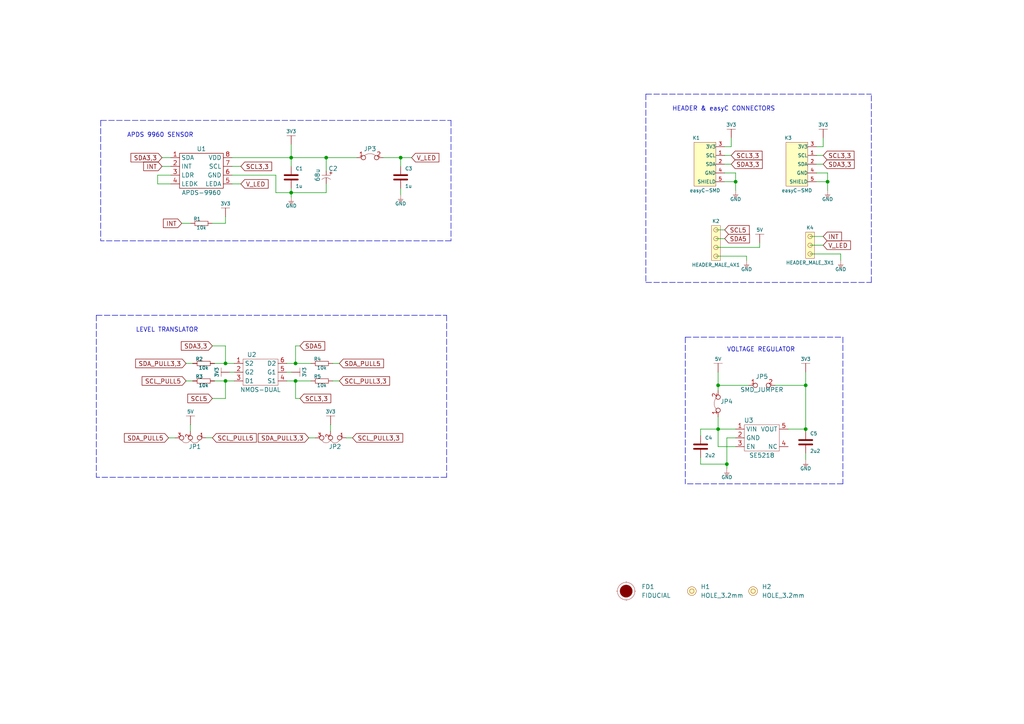
<source format=kicad_sch>
(kicad_sch (version 20211123) (generator eeschema)

  (uuid f8fbd212-f0f3-4788-9a07-5ae28bf59f92)

  (paper "A4")

  (title_block
    (title "Color and gesture sensor APDS-9960 breakout")
    (date "2021-09-28")
    (rev "V1.1.1.")
    (company "SOLDERED")
    (comment 1 "333002")
  )

  (lib_symbols
    (symbol "e-radionica.com schematics:0603C" (pin_numbers hide) (pin_names (offset 0.002)) (in_bom yes) (on_board yes)
      (property "Reference" "C" (id 0) (at -0.635 3.175 0)
        (effects (font (size 1 1)))
      )
      (property "Value" "0603C" (id 1) (at 0 -3.175 0)
        (effects (font (size 1 1)))
      )
      (property "Footprint" "e-radionica.com footprinti:0603C" (id 2) (at 0 0 0)
        (effects (font (size 1 1)) hide)
      )
      (property "Datasheet" "" (id 3) (at 0 0 0)
        (effects (font (size 1 1)) hide)
      )
      (symbol "0603C_0_1"
        (polyline
          (pts
            (xy -0.635 1.905)
            (xy -0.635 -1.905)
          )
          (stroke (width 0.5) (type default) (color 0 0 0 0))
          (fill (type none))
        )
        (polyline
          (pts
            (xy 0.635 1.905)
            (xy 0.635 -1.905)
          )
          (stroke (width 0.5) (type default) (color 0 0 0 0))
          (fill (type none))
        )
      )
      (symbol "0603C_1_1"
        (pin passive line (at -3.175 0 0) (length 2.54)
          (name "~" (effects (font (size 1.27 1.27))))
          (number "1" (effects (font (size 1.27 1.27))))
        )
        (pin passive line (at 3.175 0 180) (length 2.54)
          (name "~" (effects (font (size 1.27 1.27))))
          (number "2" (effects (font (size 1.27 1.27))))
        )
      )
    )
    (symbol "e-radionica.com schematics:0603R" (pin_numbers hide) (pin_names (offset 0.254)) (in_bom yes) (on_board yes)
      (property "Reference" "R" (id 0) (at -1.905 1.905 0)
        (effects (font (size 1 1)))
      )
      (property "Value" "0603R" (id 1) (at 0 -1.905 0)
        (effects (font (size 1 1)))
      )
      (property "Footprint" "e-radionica.com footprinti:0603R" (id 2) (at -0.635 1.905 0)
        (effects (font (size 1 1)) hide)
      )
      (property "Datasheet" "" (id 3) (at -0.635 1.905 0)
        (effects (font (size 1 1)) hide)
      )
      (symbol "0603R_0_1"
        (rectangle (start -1.905 -0.635) (end 1.905 -0.6604)
          (stroke (width 0.1) (type default) (color 0 0 0 0))
          (fill (type none))
        )
        (rectangle (start -1.905 0.635) (end -1.8796 -0.635)
          (stroke (width 0.1) (type default) (color 0 0 0 0))
          (fill (type none))
        )
        (rectangle (start -1.905 0.635) (end 1.905 0.6096)
          (stroke (width 0.1) (type default) (color 0 0 0 0))
          (fill (type none))
        )
        (rectangle (start 1.905 0.635) (end 1.9304 -0.635)
          (stroke (width 0.1) (type default) (color 0 0 0 0))
          (fill (type none))
        )
      )
      (symbol "0603R_1_1"
        (pin passive line (at -3.175 0 0) (length 1.27)
          (name "~" (effects (font (size 1.27 1.27))))
          (number "1" (effects (font (size 1.27 1.27))))
        )
        (pin passive line (at 3.175 0 180) (length 1.27)
          (name "~" (effects (font (size 1.27 1.27))))
          (number "2" (effects (font (size 1.27 1.27))))
        )
      )
    )
    (symbol "e-radionica.com schematics:1210C_TANTAL" (pin_numbers hide) (pin_names hide) (in_bom yes) (on_board yes)
      (property "Reference" "C" (id 0) (at -1.27 2.54 0)
        (effects (font (size 1.27 1.27)))
      )
      (property "Value" "1210C_TANTAL" (id 1) (at 0 -2.54 0)
        (effects (font (size 1.27 1.27)))
      )
      (property "Footprint" "e-radionica.com footprinti:1210C_tantal" (id 2) (at 0 -5.08 0)
        (effects (font (size 1.27 1.27)) hide)
      )
      (property "Datasheet" "" (id 3) (at 0 0 0)
        (effects (font (size 1.27 1.27)) hide)
      )
      (property "ki_keywords" "tantal B 3528 68uF 1210C" (id 4) (at 0 0 0)
        (effects (font (size 1.27 1.27)) hide)
      )
      (property "ki_description" "Tantal generic 1210 (B3528) footprint" (id 5) (at 0 0 0)
        (effects (font (size 1.27 1.27)) hide)
      )
      (symbol "1210C_TANTAL_0_0"
        (text "+" (at -1.905 1.27 0)
          (effects (font (size 1 1)))
        )
      )
      (symbol "1210C_TANTAL_0_1"
        (polyline
          (pts
            (xy -1.27 -1.27)
            (xy -1.27 1.27)
          )
          (stroke (width 0.0006) (type default) (color 0 0 0 0))
          (fill (type none))
        )
        (arc (start -0.0001 1.27) (mid -0.5261 0) (end -0.0001 -1.27)
          (stroke (width 0.0006) (type default) (color 0 0 0 0))
          (fill (type none))
        )
      )
      (symbol "1210C_TANTAL_1_1"
        (pin input line (at -2.54 0 0) (length 1.27)
          (name "+" (effects (font (size 1.27 1.27))))
          (number "1" (effects (font (size 1.27 1.27))))
        )
        (pin input line (at 1.27 0 180) (length 1.8)
          (name "-" (effects (font (size 1.27 1.27))))
          (number "2" (effects (font (size 1.27 1.27))))
        )
      )
    )
    (symbol "e-radionica.com schematics:3V3" (power) (pin_names (offset 0)) (in_bom yes) (on_board yes)
      (property "Reference" "#PWR" (id 0) (at 4.445 0 0)
        (effects (font (size 1 1)) hide)
      )
      (property "Value" "3V3" (id 1) (at 0 3.556 0)
        (effects (font (size 1 1)))
      )
      (property "Footprint" "" (id 2) (at 4.445 3.81 0)
        (effects (font (size 1 1)) hide)
      )
      (property "Datasheet" "" (id 3) (at 4.445 3.81 0)
        (effects (font (size 1 1)) hide)
      )
      (property "ki_keywords" "power-flag" (id 4) (at 0 0 0)
        (effects (font (size 1.27 1.27)) hide)
      )
      (property "ki_description" "Power symbol creates a global label with name \"+3V3\"" (id 5) (at 0 0 0)
        (effects (font (size 1.27 1.27)) hide)
      )
      (symbol "3V3_0_1"
        (polyline
          (pts
            (xy -1.27 2.54)
            (xy 1.27 2.54)
          )
          (stroke (width 0.0006) (type default) (color 0 0 0 0))
          (fill (type none))
        )
        (polyline
          (pts
            (xy 0 0)
            (xy 0 2.54)
          )
          (stroke (width 0) (type default) (color 0 0 0 0))
          (fill (type none))
        )
      )
      (symbol "3V3_1_1"
        (pin power_in line (at 0 0 90) (length 0) hide
          (name "3V3" (effects (font (size 1.27 1.27))))
          (number "1" (effects (font (size 1.27 1.27))))
        )
      )
    )
    (symbol "e-radionica.com schematics:5V" (power) (pin_names (offset 0)) (in_bom yes) (on_board yes)
      (property "Reference" "#PWR" (id 0) (at 4.445 0 0)
        (effects (font (size 1 1)) hide)
      )
      (property "Value" "5V" (id 1) (at 0 3.556 0)
        (effects (font (size 1 1)))
      )
      (property "Footprint" "" (id 2) (at 4.445 3.81 0)
        (effects (font (size 1 1)) hide)
      )
      (property "Datasheet" "" (id 3) (at 4.445 3.81 0)
        (effects (font (size 1 1)) hide)
      )
      (property "ki_keywords" "power-flag" (id 4) (at 0 0 0)
        (effects (font (size 1.27 1.27)) hide)
      )
      (property "ki_description" "Power symbol creates a global label with name \"+3V3\"" (id 5) (at 0 0 0)
        (effects (font (size 1.27 1.27)) hide)
      )
      (symbol "5V_0_1"
        (polyline
          (pts
            (xy -1.27 2.54)
            (xy 1.27 2.54)
          )
          (stroke (width 0.0006) (type default) (color 0 0 0 0))
          (fill (type none))
        )
        (polyline
          (pts
            (xy 0 0)
            (xy 0 2.54)
          )
          (stroke (width 0) (type default) (color 0 0 0 0))
          (fill (type none))
        )
      )
      (symbol "5V_1_1"
        (pin power_in line (at 0 0 90) (length 0) hide
          (name "5V" (effects (font (size 1.27 1.27))))
          (number "1" (effects (font (size 1.27 1.27))))
        )
      )
    )
    (symbol "e-radionica.com schematics:APDS-9960" (in_bom yes) (on_board yes)
      (property "Reference" "U" (id 0) (at 0 6.35 0)
        (effects (font (size 1.27 1.27)))
      )
      (property "Value" "APDS-9960" (id 1) (at 0 -6.35 0)
        (effects (font (size 1.27 1.27)))
      )
      (property "Footprint" "e-radionica.com footprinti:APDS-9960" (id 2) (at 0 -8.89 0)
        (effects (font (size 1.27 1.27)) hide)
      )
      (property "Datasheet" "" (id 3) (at 0 0 0)
        (effects (font (size 1.27 1.27)) hide)
      )
      (symbol "APDS-9960_0_1"
        (rectangle (start -6.35 5.08) (end 6.35 -5.08)
          (stroke (width 0.1524) (type default) (color 0 0 0 0))
          (fill (type none))
        )
      )
      (symbol "APDS-9960_1_1"
        (pin bidirectional line (at -8.89 3.81 0) (length 2.54)
          (name "SDA" (effects (font (size 1.27 1.27))))
          (number "1" (effects (font (size 1.27 1.27))))
        )
        (pin bidirectional line (at -8.89 1.27 0) (length 2.54)
          (name "INT" (effects (font (size 1.27 1.27))))
          (number "2" (effects (font (size 1.27 1.27))))
        )
        (pin bidirectional line (at -8.89 -1.27 0) (length 2.54)
          (name "LDR" (effects (font (size 1.27 1.27))))
          (number "3" (effects (font (size 1.27 1.27))))
        )
        (pin bidirectional line (at -8.89 -3.81 0) (length 2.54)
          (name "LEDK" (effects (font (size 1.27 1.27))))
          (number "4" (effects (font (size 1.27 1.27))))
        )
        (pin bidirectional line (at 8.89 -3.81 180) (length 2.54)
          (name "LEDA" (effects (font (size 1.27 1.27))))
          (number "5" (effects (font (size 1.27 1.27))))
        )
        (pin power_in line (at 8.89 -1.27 180) (length 2.54)
          (name "GND" (effects (font (size 1.27 1.27))))
          (number "6" (effects (font (size 1.27 1.27))))
        )
        (pin bidirectional line (at 8.89 1.27 180) (length 2.54)
          (name "SCL" (effects (font (size 1.27 1.27))))
          (number "7" (effects (font (size 1.27 1.27))))
        )
        (pin power_in line (at 8.89 3.81 180) (length 2.54)
          (name "VDD" (effects (font (size 1.27 1.27))))
          (number "8" (effects (font (size 1.27 1.27))))
        )
      )
    )
    (symbol "e-radionica.com schematics:FIDUCIAL" (in_bom no) (on_board yes)
      (property "Reference" "FD" (id 0) (at 0 3.81 0)
        (effects (font (size 1.27 1.27)))
      )
      (property "Value" "FIDUCIAL" (id 1) (at 0 -3.81 0)
        (effects (font (size 1.27 1.27)))
      )
      (property "Footprint" "e-radionica.com footprinti:FIDUCIAL_23" (id 2) (at 0.254 -5.334 0)
        (effects (font (size 1.27 1.27)) hide)
      )
      (property "Datasheet" "" (id 3) (at 0 0 0)
        (effects (font (size 1.27 1.27)) hide)
      )
      (symbol "FIDUCIAL_0_1"
        (polyline
          (pts
            (xy -2.54 0)
            (xy -2.794 0)
          )
          (stroke (width 0.0006) (type default) (color 0 0 0 0))
          (fill (type none))
        )
        (polyline
          (pts
            (xy 0 -2.54)
            (xy 0 -2.794)
          )
          (stroke (width 0.0006) (type default) (color 0 0 0 0))
          (fill (type none))
        )
        (polyline
          (pts
            (xy 0 2.54)
            (xy 0 2.794)
          )
          (stroke (width 0.0006) (type default) (color 0 0 0 0))
          (fill (type none))
        )
        (polyline
          (pts
            (xy 2.54 0)
            (xy 2.794 0)
          )
          (stroke (width 0.0006) (type default) (color 0 0 0 0))
          (fill (type none))
        )
        (circle (center 0 0) (radius 1.7961)
          (stroke (width 0.001) (type default) (color 0 0 0 0))
          (fill (type outline))
        )
        (circle (center 0 0) (radius 2.54)
          (stroke (width 0.0006) (type default) (color 0 0 0 0))
          (fill (type none))
        )
      )
    )
    (symbol "e-radionica.com schematics:GND" (power) (pin_names (offset 0)) (in_bom yes) (on_board yes)
      (property "Reference" "#PWR" (id 0) (at 4.445 0 0)
        (effects (font (size 1 1)) hide)
      )
      (property "Value" "GND" (id 1) (at 0 -2.921 0)
        (effects (font (size 1 1)))
      )
      (property "Footprint" "" (id 2) (at 4.445 3.81 0)
        (effects (font (size 1 1)) hide)
      )
      (property "Datasheet" "" (id 3) (at 4.445 3.81 0)
        (effects (font (size 1 1)) hide)
      )
      (property "ki_keywords" "power-flag" (id 4) (at 0 0 0)
        (effects (font (size 1.27 1.27)) hide)
      )
      (property "ki_description" "Power symbol creates a global label with name \"+3V3\"" (id 5) (at 0 0 0)
        (effects (font (size 1.27 1.27)) hide)
      )
      (symbol "GND_0_1"
        (polyline
          (pts
            (xy -0.762 -1.27)
            (xy 0.762 -1.27)
          )
          (stroke (width 0.0006) (type default) (color 0 0 0 0))
          (fill (type none))
        )
        (polyline
          (pts
            (xy -0.635 -1.524)
            (xy 0.635 -1.524)
          )
          (stroke (width 0.0006) (type default) (color 0 0 0 0))
          (fill (type none))
        )
        (polyline
          (pts
            (xy -0.381 -1.778)
            (xy 0.381 -1.778)
          )
          (stroke (width 0.0006) (type default) (color 0 0 0 0))
          (fill (type none))
        )
        (polyline
          (pts
            (xy -0.127 -2.032)
            (xy 0.127 -2.032)
          )
          (stroke (width 0.0006) (type default) (color 0 0 0 0))
          (fill (type none))
        )
        (polyline
          (pts
            (xy 0 0)
            (xy 0 -1.27)
          )
          (stroke (width 0.0006) (type default) (color 0 0 0 0))
          (fill (type none))
        )
      )
      (symbol "GND_1_1"
        (pin power_in line (at 0 0 270) (length 0) hide
          (name "GND" (effects (font (size 1.27 1.27))))
          (number "1" (effects (font (size 1.27 1.27))))
        )
      )
    )
    (symbol "e-radionica.com schematics:HEADER_MALE_3X1" (pin_numbers hide) (pin_names hide) (in_bom yes) (on_board yes)
      (property "Reference" "K" (id 0) (at -0.635 5.08 0)
        (effects (font (size 1 1)))
      )
      (property "Value" "HEADER_MALE_3X1" (id 1) (at 0 -5.08 0)
        (effects (font (size 1 1)))
      )
      (property "Footprint" "e-radionica.com footprinti:HEADER_MALE_3X1" (id 2) (at 0 -7.62 0)
        (effects (font (size 1 1)) hide)
      )
      (property "Datasheet" "" (id 3) (at 0 -2.54 0)
        (effects (font (size 1 1)) hide)
      )
      (symbol "HEADER_MALE_3X1_0_1"
        (circle (center 0 -2.54) (radius 0.635)
          (stroke (width 0.0006) (type default) (color 0 0 0 0))
          (fill (type none))
        )
        (circle (center 0 0) (radius 0.635)
          (stroke (width 0.0006) (type default) (color 0 0 0 0))
          (fill (type none))
        )
        (circle (center 0 2.54) (radius 0.635)
          (stroke (width 0.0006) (type default) (color 0 0 0 0))
          (fill (type none))
        )
        (rectangle (start 1.27 -3.81) (end -1.27 3.81)
          (stroke (width 0.001) (type default) (color 0 0 0 0))
          (fill (type background))
        )
      )
      (symbol "HEADER_MALE_3X1_1_1"
        (pin passive line (at 0 -2.54 180) (length 0)
          (name "~" (effects (font (size 1 1))))
          (number "1" (effects (font (size 1 1))))
        )
        (pin passive line (at 0 0 180) (length 0)
          (name "~" (effects (font (size 1 1))))
          (number "2" (effects (font (size 1 1))))
        )
        (pin passive line (at 0 2.54 180) (length 0)
          (name "~" (effects (font (size 1 1))))
          (number "3" (effects (font (size 1 1))))
        )
      )
    )
    (symbol "e-radionica.com schematics:HEADER_MALE_4X1" (pin_numbers hide) (pin_names hide) (in_bom yes) (on_board yes)
      (property "Reference" "K" (id 0) (at -0.635 7.62 0)
        (effects (font (size 1 1)))
      )
      (property "Value" "HEADER_MALE_4X1" (id 1) (at 0 -5.08 0)
        (effects (font (size 1 1)))
      )
      (property "Footprint" "e-radionica.com footprinti:HEADER_MALE_4X1" (id 2) (at 0 -2.54 0)
        (effects (font (size 1 1)) hide)
      )
      (property "Datasheet" "" (id 3) (at 0 -2.54 0)
        (effects (font (size 1 1)) hide)
      )
      (symbol "HEADER_MALE_4X1_0_1"
        (circle (center 0 -2.54) (radius 0.635)
          (stroke (width 0.0006) (type default) (color 0 0 0 0))
          (fill (type none))
        )
        (circle (center 0 0) (radius 0.635)
          (stroke (width 0.0006) (type default) (color 0 0 0 0))
          (fill (type none))
        )
        (circle (center 0 2.54) (radius 0.635)
          (stroke (width 0.0006) (type default) (color 0 0 0 0))
          (fill (type none))
        )
        (circle (center 0 5.08) (radius 0.635)
          (stroke (width 0.0006) (type default) (color 0 0 0 0))
          (fill (type none))
        )
        (rectangle (start 1.27 -3.81) (end -1.27 6.35)
          (stroke (width 0.001) (type default) (color 0 0 0 0))
          (fill (type background))
        )
      )
      (symbol "HEADER_MALE_4X1_1_1"
        (pin passive line (at 0 -2.54 180) (length 0)
          (name "~" (effects (font (size 1 1))))
          (number "1" (effects (font (size 1 1))))
        )
        (pin passive line (at 0 0 180) (length 0)
          (name "~" (effects (font (size 1 1))))
          (number "2" (effects (font (size 1 1))))
        )
        (pin passive line (at 0 2.54 180) (length 0)
          (name "~" (effects (font (size 1 1))))
          (number "3" (effects (font (size 1 1))))
        )
        (pin passive line (at 0 5.08 180) (length 0)
          (name "~" (effects (font (size 1 1))))
          (number "4" (effects (font (size 1 1))))
        )
      )
    )
    (symbol "e-radionica.com schematics:HOLE_3.2mm" (pin_numbers hide) (pin_names hide) (in_bom yes) (on_board yes)
      (property "Reference" "H" (id 0) (at 0 2.54 0)
        (effects (font (size 1.27 1.27)))
      )
      (property "Value" "HOLE_3.2mm" (id 1) (at 0 -2.54 0)
        (effects (font (size 1.27 1.27)))
      )
      (property "Footprint" "e-radionica.com footprinti:HOLE_3.2mm" (id 2) (at 0 0 0)
        (effects (font (size 1.27 1.27)) hide)
      )
      (property "Datasheet" "" (id 3) (at 0 0 0)
        (effects (font (size 1.27 1.27)) hide)
      )
      (symbol "HOLE_3.2mm_0_1"
        (circle (center 0 0) (radius 0.635)
          (stroke (width 0.0006) (type default) (color 0 0 0 0))
          (fill (type none))
        )
        (circle (center 0 0) (radius 1.27)
          (stroke (width 0.001) (type default) (color 0 0 0 0))
          (fill (type background))
        )
      )
    )
    (symbol "e-radionica.com schematics:NMOS-DUAL" (in_bom yes) (on_board yes)
      (property "Reference" "U" (id 0) (at -3.81 5.08 0)
        (effects (font (size 1.27 1.27)))
      )
      (property "Value" "NMOS-DUAL" (id 1) (at 0 -5.08 0)
        (effects (font (size 1.27 1.27)))
      )
      (property "Footprint" "e-radionica.com footprinti:SOT-363" (id 2) (at 0 -7.62 0)
        (effects (font (size 1.27 1.27)) hide)
      )
      (property "Datasheet" "" (id 3) (at 0 -2.54 0)
        (effects (font (size 1.27 1.27)) hide)
      )
      (symbol "NMOS-DUAL_0_1"
        (rectangle (start -5.08 3.81) (end 5.08 -3.81)
          (stroke (width 0.0006) (type default) (color 0 0 0 0))
          (fill (type none))
        )
      )
      (symbol "NMOS-DUAL_1_1"
        (pin input line (at -7.62 2.54 0) (length 2.54)
          (name "S2" (effects (font (size 1.27 1.27))))
          (number "1" (effects (font (size 1.27 1.27))))
        )
        (pin input line (at -7.62 0 0) (length 2.54)
          (name "G2" (effects (font (size 1.27 1.27))))
          (number "2" (effects (font (size 1.27 1.27))))
        )
        (pin input line (at -7.62 -2.54 0) (length 2.54)
          (name "D1" (effects (font (size 1.27 1.27))))
          (number "3" (effects (font (size 1.27 1.27))))
        )
        (pin input line (at 7.62 -2.54 180) (length 2.54)
          (name "S1" (effects (font (size 1.27 1.27))))
          (number "4" (effects (font (size 1.27 1.27))))
        )
        (pin input line (at 7.62 0 180) (length 2.54)
          (name "G1" (effects (font (size 1.27 1.27))))
          (number "5" (effects (font (size 1.27 1.27))))
        )
        (pin input line (at 7.62 2.54 180) (length 2.54)
          (name "D2" (effects (font (size 1.27 1.27))))
          (number "6" (effects (font (size 1.27 1.27))))
        )
      )
    )
    (symbol "e-radionica.com schematics:SE5218" (in_bom yes) (on_board yes)
      (property "Reference" "U" (id 0) (at -3.81 5.08 0)
        (effects (font (size 1.27 1.27)))
      )
      (property "Value" "SE5218" (id 1) (at 0 -5.08 0)
        (effects (font (size 1.27 1.27)))
      )
      (property "Footprint" "e-radionica.com footprinti:SOT-23-5" (id 2) (at 0 0 0)
        (effects (font (size 1.27 1.27)) hide)
      )
      (property "Datasheet" "" (id 3) (at 0 0 0)
        (effects (font (size 1.27 1.27)) hide)
      )
      (symbol "SE5218_0_1"
        (rectangle (start -5.08 3.81) (end 5.08 -3.81)
          (stroke (width 0.0006) (type default) (color 0 0 0 0))
          (fill (type none))
        )
      )
      (symbol "SE5218_1_1"
        (pin power_in line (at -7.62 2.54 0) (length 2.54)
          (name "VIN" (effects (font (size 1.27 1.27))))
          (number "1" (effects (font (size 1.27 1.27))))
        )
        (pin power_in line (at -7.62 0 0) (length 2.54)
          (name "GND" (effects (font (size 1.27 1.27))))
          (number "2" (effects (font (size 1.27 1.27))))
        )
        (pin input line (at -7.62 -2.54 0) (length 2.54)
          (name "EN" (effects (font (size 1.27 1.27))))
          (number "3" (effects (font (size 1.27 1.27))))
        )
        (pin passive line (at 7.62 -2.54 180) (length 2.54)
          (name "NC" (effects (font (size 1.27 1.27))))
          (number "4" (effects (font (size 1.27 1.27))))
        )
        (pin power_out line (at 7.62 2.54 180) (length 2.54)
          (name "VOUT" (effects (font (size 1.27 1.27))))
          (number "5" (effects (font (size 1.27 1.27))))
        )
      )
    )
    (symbol "e-radionica.com schematics:SMD-JUMPER-CONNECTED_TRACE_SLODERMASK" (in_bom yes) (on_board yes)
      (property "Reference" "JP" (id 0) (at 0 3.556 0)
        (effects (font (size 1.27 1.27)))
      )
      (property "Value" "SMD-JUMPER-CONNECTED_TRACE_SLODERMASK" (id 1) (at 0 -2.54 0)
        (effects (font (size 1.27 1.27)))
      )
      (property "Footprint" "e-radionica.com footprinti:SMD-JUMPER-CONNECTED_TRACE_SLODERMASK" (id 2) (at 0 -5.715 0)
        (effects (font (size 1.27 1.27)) hide)
      )
      (property "Datasheet" "" (id 3) (at 0 0 0)
        (effects (font (size 1.27 1.27)) hide)
      )
      (symbol "SMD-JUMPER-CONNECTED_TRACE_SLODERMASK_0_1"
        (arc (start 1.397 0.5842) (mid -0.2077 1.1365) (end -1.8034 0.5588)
          (stroke (width 0.0006) (type default) (color 0 0 0 0))
          (fill (type none))
        )
      )
      (symbol "SMD-JUMPER-CONNECTED_TRACE_SLODERMASK_1_1"
        (pin passive inverted (at -4.064 0 0) (length 2.54)
          (name "" (effects (font (size 1.27 1.27))))
          (number "1" (effects (font (size 1.27 1.27))))
        )
        (pin passive inverted (at 3.556 0 180) (length 2.54)
          (name "" (effects (font (size 1.27 1.27))))
          (number "2" (effects (font (size 1.27 1.27))))
        )
      )
    )
    (symbol "e-radionica.com schematics:SMD-JUMPER-CONNECTED_TRACE_SLODERMASK_1" (in_bom yes) (on_board yes)
      (property "Reference" "JP" (id 0) (at 0 3.556 0)
        (effects (font (size 1.27 1.27)))
      )
      (property "Value" "SMD-JUMPER-CONNECTED_TRACE_SLODERMASK" (id 1) (at 0 -2.54 0)
        (effects (font (size 1.27 1.27)))
      )
      (property "Footprint" "e-radionica.com footprinti:SMD-JUMPER-CONNECTED_TRACE_SLODERMASK" (id 2) (at 0 -5.715 0)
        (effects (font (size 1.27 1.27)) hide)
      )
      (property "Datasheet" "" (id 3) (at 0 0 0)
        (effects (font (size 1.27 1.27)) hide)
      )
      (symbol "SMD-JUMPER-CONNECTED_TRACE_SLODERMASK_1_0_1"
        (arc (start 1.5845 0.5996) (mid -0.0202 1.1519) (end -1.6159 0.5742)
          (stroke (width 0.0006) (type default) (color 0 0 0 0))
          (fill (type none))
        )
      )
      (symbol "SMD-JUMPER-CONNECTED_TRACE_SLODERMASK_1_1_1"
        (pin passive inverted (at -3.81 0 0) (length 2.54)
          (name "" (effects (font (size 1.27 1.27))))
          (number "1" (effects (font (size 1.27 1.27))))
        )
        (pin passive inverted (at 3.81 0 180) (length 2.54)
          (name "" (effects (font (size 1.27 1.27))))
          (number "2" (effects (font (size 1.27 1.27))))
        )
      )
    )
    (symbol "e-radionica.com schematics:SMD_JUMPER" (in_bom yes) (on_board yes)
      (property "Reference" "JP" (id 0) (at 0 1.397 0)
        (effects (font (size 1.27 1.27)))
      )
      (property "Value" "SMD_JUMPER" (id 1) (at 0.508 -3.048 0)
        (effects (font (size 1.27 1.27)))
      )
      (property "Footprint" "e-radionica.com footprinti:SMD_JUMPER" (id 2) (at 0 0 0)
        (effects (font (size 1.27 1.27)) hide)
      )
      (property "Datasheet" "" (id 3) (at 0 0 0)
        (effects (font (size 1.27 1.27)) hide)
      )
      (symbol "SMD_JUMPER_1_1"
        (pin passive inverted (at -3.81 0 0) (length 2.54)
          (name "" (effects (font (size 1.27 1.27))))
          (number "1" (effects (font (size 1.27 1.27))))
        )
        (pin passive inverted (at 3.81 0 180) (length 2.54)
          (name "" (effects (font (size 1.27 1.27))))
          (number "2" (effects (font (size 1.27 1.27))))
        )
      )
    )
    (symbol "e-radionica.com schematics:SMD_JUMPER_3_PAD_TRACE" (in_bom yes) (on_board yes)
      (property "Reference" "JP" (id 0) (at 0.0254 5.461 0)
        (effects (font (size 1.27 1.27)))
      )
      (property "Value" "SMD_JUMPER_3_PAD_TRACE" (id 1) (at 0.3048 -4.572 0)
        (effects (font (size 1.27 1.27)))
      )
      (property "Footprint" "e-radionica.com footprinti:SMD_JUMPER_3_PAD_TRACE" (id 2) (at 0 -1.27 0)
        (effects (font (size 1.27 1.27)) hide)
      )
      (property "Datasheet" "" (id 3) (at 0 0 0)
        (effects (font (size 1.27 1.27)) hide)
      )
      (symbol "SMD_JUMPER_3_PAD_TRACE_0_1"
        (arc (start 0 0.5842) (mid -1.2996 1.4721) (end -2.6162 0.6096)
          (stroke (width 0.0006) (type default) (color 0 0 0 0))
          (fill (type none))
        )
        (arc (start 2.5908 0.6604) (mid 1.2796 1.4379) (end 0 0.6096)
          (stroke (width 0.0006) (type default) (color 0 0 0 0))
          (fill (type none))
        )
      )
      (symbol "SMD_JUMPER_3_PAD_TRACE_1_1"
        (pin passive inverted (at -4.5212 -0.0254 0) (length 2.54)
          (name "" (effects (font (size 1 1))))
          (number "1" (effects (font (size 1 1))))
        )
        (pin passive inverted (at 0.0254 -1.9304 90) (length 2.54)
          (name "" (effects (font (size 1 1))))
          (number "2" (effects (font (size 1 1))))
        )
        (pin passive inverted (at 4.4704 0 180) (length 2.54)
          (name "" (effects (font (size 1 1))))
          (number "3" (effects (font (size 1 1))))
        )
      )
    )
    (symbol "e-radionica.com schematics:easyC-SMD" (pin_names (offset 0.002)) (in_bom yes) (on_board yes)
      (property "Reference" "K" (id 0) (at -2.54 10.16 0)
        (effects (font (size 1 1)))
      )
      (property "Value" "easyC-SMD" (id 1) (at 0 -5.08 0)
        (effects (font (size 1 1)))
      )
      (property "Footprint" "e-radionica.com footprinti:easyC-connector" (id 2) (at 3.175 2.54 0)
        (effects (font (size 1 1)) hide)
      )
      (property "Datasheet" "" (id 3) (at 3.175 2.54 0)
        (effects (font (size 1 1)) hide)
      )
      (symbol "easyC-SMD_0_1"
        (rectangle (start -3.175 8.89) (end 3.175 -3.81)
          (stroke (width 0.001) (type default) (color 0 0 0 0))
          (fill (type background))
        )
      )
      (symbol "easyC-SMD_1_1"
        (pin passive line (at 5.715 5.08 180) (length 2.54)
          (name "SCL" (effects (font (size 1 1))))
          (number "1" (effects (font (size 1 1))))
        )
        (pin passive line (at 5.715 2.54 180) (length 2.54)
          (name "SDA" (effects (font (size 1 1))))
          (number "2" (effects (font (size 1 1))))
        )
        (pin passive line (at 5.715 7.62 180) (length 2.54)
          (name "3V3" (effects (font (size 1 1))))
          (number "3" (effects (font (size 1 1))))
        )
        (pin passive line (at 5.715 0 180) (length 2.54)
          (name "GND" (effects (font (size 1 1))))
          (number "4" (effects (font (size 1 1))))
        )
        (pin passive line (at 5.715 -2.54 180) (length 2.54)
          (name "SHIELD" (effects (font (size 1 1))))
          (number "5" (effects (font (size 1 1))))
        )
      )
    )
  )

  (junction (at 84.455 45.72) (diameter 0.9144) (color 0 0 0 0)
    (uuid 0351df45-d042-41d4-ba35-88092c7be2fc)
  )
  (junction (at 213.36 52.705) (diameter 0.9144) (color 0 0 0 0)
    (uuid 097edb1b-8998-4e70-b670-bba125982348)
  )
  (junction (at 94.615 45.72) (diameter 0.9144) (color 0 0 0 0)
    (uuid 0e1ed1c5-7428-4dc7-b76e-49b2d5f8177d)
  )
  (junction (at 116.205 45.72) (diameter 0.9144) (color 0 0 0 0)
    (uuid 14c51520-6d91-4098-a59a-5121f2a898f7)
  )
  (junction (at 84.455 55.88) (diameter 0.9144) (color 0 0 0 0)
    (uuid 240e5dac-6242-47a5-bbef-f76d11c715c0)
  )
  (junction (at 208.28 111.76) (diameter 0.9144) (color 0 0 0 0)
    (uuid 2d67a417-188f-4014-9282-000265d80009)
  )
  (junction (at 210.82 134.62) (diameter 0.9144) (color 0 0 0 0)
    (uuid 477311b9-8f81-40c8-9c55-fd87e287247a)
  )
  (junction (at 240.03 52.705) (diameter 0.9144) (color 0 0 0 0)
    (uuid 6284122b-79c3-4e04-925e-3d32cc3ec077)
  )
  (junction (at 233.68 124.46) (diameter 0.9144) (color 0 0 0 0)
    (uuid 67763d19-f622-4e1e-81e5-5b24da7c3f99)
  )
  (junction (at 208.28 124.46) (diameter 0.9144) (color 0 0 0 0)
    (uuid 84e5506c-143e-495f-9aa4-d3a71622f213)
  )
  (junction (at 65.405 105.41) (diameter 0.9144) (color 0 0 0 0)
    (uuid 8d9a3ecc-539f-41da-8099-d37cea9c28e7)
  )
  (junction (at 233.68 111.76) (diameter 0.9144) (color 0 0 0 0)
    (uuid 994b6220-4755-4d84-91b3-6122ac1c2c5e)
  )
  (junction (at 85.725 105.41) (diameter 0.9144) (color 0 0 0 0)
    (uuid aa2ea573-3f20-43c1-aa99-1f9c6031a9aa)
  )
  (junction (at 65.405 110.49) (diameter 0.9144) (color 0 0 0 0)
    (uuid e472dac4-5b65-4920-b8b2-6065d140a69d)
  )
  (junction (at 85.725 110.49) (diameter 0.9144) (color 0 0 0 0)
    (uuid f40d350f-0d3e-4f8a-b004-d950f2f8f1ba)
  )

  (polyline (pts (xy 27.94 91.44) (xy 27.94 138.43))
    (stroke (width 0) (type dash) (color 0 0 0 0))
    (uuid 00e458c9-8e44-413e-b1e2-aa6147cdbac5)
  )
  (polyline (pts (xy 27.94 91.44) (xy 129.54 91.44))
    (stroke (width 0) (type dash) (color 0 0 0 0))
    (uuid 00e458c9-8e44-413e-b1e2-aa6147cdbac6)
  )
  (polyline (pts (xy 129.54 91.44) (xy 129.54 138.43))
    (stroke (width 0) (type dash) (color 0 0 0 0))
    (uuid 00e458c9-8e44-413e-b1e2-aa6147cdbac7)
  )
  (polyline (pts (xy 129.54 138.43) (xy 27.94 138.43))
    (stroke (width 0) (type dash) (color 0 0 0 0))
    (uuid 00e458c9-8e44-413e-b1e2-aa6147cdbac8)
  )

  (wire (pts (xy 210.82 127) (xy 210.82 134.62))
    (stroke (width 0) (type solid) (color 0 0 0 0))
    (uuid 076ae0fa-e1f1-4a96-829c-dd7c97cd3b3f)
  )
  (wire (pts (xy 83.185 105.41) (xy 85.725 105.41))
    (stroke (width 0) (type solid) (color 0 0 0 0))
    (uuid 084a7a9e-0273-49f2-a4cd-683b0d4e7504)
  )
  (wire (pts (xy 213.36 129.54) (xy 208.28 129.54))
    (stroke (width 0) (type solid) (color 0 0 0 0))
    (uuid 0a57dd6b-e10a-49e2-875b-ba9c42261d58)
  )
  (polyline (pts (xy 29.21 34.925) (xy 29.21 69.85))
    (stroke (width 0) (type dash) (color 0 0 0 0))
    (uuid 0ad65277-4083-41f2-9591-7bc50de81240)
  )
  (polyline (pts (xy 29.21 34.925) (xy 130.81 34.925))
    (stroke (width 0) (type dash) (color 0 0 0 0))
    (uuid 0ad65277-4083-41f2-9591-7bc50de81241)
  )
  (polyline (pts (xy 130.81 34.925) (xy 130.81 69.85))
    (stroke (width 0) (type dash) (color 0 0 0 0))
    (uuid 0ad65277-4083-41f2-9591-7bc50de81242)
  )
  (polyline (pts (xy 130.81 69.85) (xy 29.21 69.85))
    (stroke (width 0) (type dash) (color 0 0 0 0))
    (uuid 0ad65277-4083-41f2-9591-7bc50de81243)
  )

  (wire (pts (xy 213.36 50.165) (xy 213.36 52.705))
    (stroke (width 0) (type solid) (color 0 0 0 0))
    (uuid 0ae1237b-b59d-45b7-b7d1-996ad6701c48)
  )
  (wire (pts (xy 45.72 50.8) (xy 49.53 50.8))
    (stroke (width 0) (type solid) (color 0 0 0 0))
    (uuid 0b356f4b-a751-4859-adac-d8f3c066512b)
  )
  (wire (pts (xy 45.72 53.34) (xy 45.72 50.8))
    (stroke (width 0) (type solid) (color 0 0 0 0))
    (uuid 0b356f4b-a751-4859-adac-d8f3c066512c)
  )
  (wire (pts (xy 49.53 53.34) (xy 45.72 53.34))
    (stroke (width 0) (type solid) (color 0 0 0 0))
    (uuid 0b356f4b-a751-4859-adac-d8f3c066512d)
  )
  (wire (pts (xy 203.2 134.62) (xy 210.82 134.62))
    (stroke (width 0) (type solid) (color 0 0 0 0))
    (uuid 0e7dba39-16c8-41ef-ab43-66cdd9be6c13)
  )
  (wire (pts (xy 233.68 111.76) (xy 233.68 107.95))
    (stroke (width 0) (type solid) (color 0 0 0 0))
    (uuid 0e8e12d4-2d27-4add-b0f9-3eceea72e00d)
  )
  (wire (pts (xy 116.205 54.61) (xy 116.205 56.515))
    (stroke (width 0) (type solid) (color 0 0 0 0))
    (uuid 10bae65c-c0de-45d5-b09b-6d9e48d5357b)
  )
  (wire (pts (xy 207.645 74.295) (xy 216.535 74.295))
    (stroke (width 0) (type solid) (color 0 0 0 0))
    (uuid 10c3f771-e1c9-43aa-88b0-afdf67d0202a)
  )
  (wire (pts (xy 83.185 110.49) (xy 85.725 110.49))
    (stroke (width 0) (type solid) (color 0 0 0 0))
    (uuid 133a7cc7-2964-4ec6-967f-46d2f01a87ed)
  )
  (wire (pts (xy 62.23 105.41) (xy 65.405 105.41))
    (stroke (width 0) (type solid) (color 0 0 0 0))
    (uuid 150356fd-711f-4521-b854-f11c8479c31e)
  )
  (wire (pts (xy 208.28 107.95) (xy 208.28 111.76))
    (stroke (width 0) (type solid) (color 0 0 0 0))
    (uuid 1b5a0403-fcdf-454b-9e13-69340ec81809)
  )
  (wire (pts (xy 240.03 52.705) (xy 240.03 55.245))
    (stroke (width 0) (type solid) (color 0 0 0 0))
    (uuid 1bbfae18-1071-424d-9c1f-879ea3430da2)
  )
  (wire (pts (xy 208.28 129.54) (xy 208.28 124.46))
    (stroke (width 0) (type solid) (color 0 0 0 0))
    (uuid 1f8be413-62cd-42b6-9a15-fe9f5772a591)
  )
  (wire (pts (xy 89.535 127) (xy 91.4146 127))
    (stroke (width 0) (type solid) (color 0 0 0 0))
    (uuid 234c206f-bcbf-40f5-86d0-0121c1983937)
  )
  (wire (pts (xy 207.645 66.675) (xy 210.185 66.675))
    (stroke (width 0) (type solid) (color 0 0 0 0))
    (uuid 23832a4d-7378-4c37-998f-bd2709b2c5d8)
  )
  (wire (pts (xy 207.645 69.215) (xy 210.185 69.215))
    (stroke (width 0) (type solid) (color 0 0 0 0))
    (uuid 255da258-529f-4ce0-abeb-d84fbcb38cb2)
  )
  (wire (pts (xy 236.855 50.165) (xy 240.03 50.165))
    (stroke (width 0) (type solid) (color 0 0 0 0))
    (uuid 281d9bce-52b0-4a5e-8513-f08849603286)
  )
  (wire (pts (xy 67.31 50.8) (xy 80.01 50.8))
    (stroke (width 0) (type solid) (color 0 0 0 0))
    (uuid 2894accb-e755-4955-bf06-5b26e2e34daf)
  )
  (wire (pts (xy 80.01 50.8) (xy 80.01 55.88))
    (stroke (width 0) (type solid) (color 0 0 0 0))
    (uuid 2894accb-e755-4955-bf06-5b26e2e34db0)
  )
  (wire (pts (xy 80.01 55.88) (xy 84.455 55.88))
    (stroke (width 0) (type solid) (color 0 0 0 0))
    (uuid 2894accb-e755-4955-bf06-5b26e2e34db1)
  )
  (wire (pts (xy 233.68 131.445) (xy 233.68 133.35))
    (stroke (width 0) (type solid) (color 0 0 0 0))
    (uuid 29321081-c4a0-49e6-9971-7c98c32f055c)
  )
  (wire (pts (xy 233.68 124.46) (xy 233.68 125.095))
    (stroke (width 0) (type solid) (color 0 0 0 0))
    (uuid 2edf2d9d-2db5-473e-b076-d229fe5ec1d0)
  )
  (wire (pts (xy 84.455 54.61) (xy 84.455 55.88))
    (stroke (width 0) (type solid) (color 0 0 0 0))
    (uuid 3078bdc1-483e-48c0-8758-1267b4efbad7)
  )
  (wire (pts (xy 84.455 55.88) (xy 84.455 57.15))
    (stroke (width 0) (type solid) (color 0 0 0 0))
    (uuid 3078bdc1-483e-48c0-8758-1267b4efbad8)
  )
  (wire (pts (xy 234.95 71.12) (xy 238.76 71.12))
    (stroke (width 0) (type solid) (color 0 0 0 0))
    (uuid 30c44679-f482-4499-aa02-6e02705aa992)
  )
  (wire (pts (xy 55.2196 123.19) (xy 55.245 123.19))
    (stroke (width 0) (type solid) (color 0 0 0 0))
    (uuid 311afe33-7172-4028-81df-a72e5c6d3d05)
  )
  (wire (pts (xy 213.36 52.705) (xy 213.36 55.245))
    (stroke (width 0) (type solid) (color 0 0 0 0))
    (uuid 36fac97e-fe05-45e9-a899-5ab2df9207b2)
  )
  (wire (pts (xy 100.4062 126.9746) (xy 100.4062 127))
    (stroke (width 0) (type solid) (color 0 0 0 0))
    (uuid 3c5f215c-a11a-44dc-9fbb-79253eaf29fb)
  )
  (wire (pts (xy 55.2196 125.0696) (xy 55.2196 123.19))
    (stroke (width 0) (type solid) (color 0 0 0 0))
    (uuid 3d908d02-5343-4d1c-a040-bafe350a17b1)
  )
  (wire (pts (xy 236.855 52.705) (xy 240.03 52.705))
    (stroke (width 0) (type solid) (color 0 0 0 0))
    (uuid 3df57781-e0da-42ff-825f-05d165efc2c2)
  )
  (wire (pts (xy 220.345 71.755) (xy 220.345 70.485))
    (stroke (width 0) (type solid) (color 0 0 0 0))
    (uuid 3ed21ce7-8e56-4a40-abef-702c2a2c62d6)
  )
  (wire (pts (xy 96.52 105.41) (xy 98.425 105.41))
    (stroke (width 0) (type solid) (color 0 0 0 0))
    (uuid 41344f86-48c0-4eb9-8da2-432685f371d0)
  )
  (wire (pts (xy 236.855 47.625) (xy 238.76 47.625))
    (stroke (width 0) (type solid) (color 0 0 0 0))
    (uuid 417b4038-c1a8-4c21-93cc-7972cb2b34e6)
  )
  (wire (pts (xy 216.535 74.295) (xy 216.535 75.565))
    (stroke (width 0) (type solid) (color 0 0 0 0))
    (uuid 417d0925-f291-4d05-9473-1576159a6520)
  )
  (wire (pts (xy 52.705 64.77) (xy 55.245 64.77))
    (stroke (width 0) (type solid) (color 0 0 0 0))
    (uuid 43214d77-6cc0-44e4-83bf-9bf1bf811466)
  )
  (wire (pts (xy 212.09 42.545) (xy 212.09 40.005))
    (stroke (width 0) (type solid) (color 0 0 0 0))
    (uuid 438e247b-6e16-4a82-8140-50f209e66bb0)
  )
  (wire (pts (xy 210.185 45.085) (xy 212.09 45.085))
    (stroke (width 0) (type solid) (color 0 0 0 0))
    (uuid 4a6e3b34-a0de-48ac-a8b1-28ea5e8311bb)
  )
  (wire (pts (xy 48.895 127) (xy 50.7746 127))
    (stroke (width 0) (type solid) (color 0 0 0 0))
    (uuid 5639f748-2532-427c-8fec-25e935f42e09)
  )
  (wire (pts (xy 96.52 110.49) (xy 98.425 110.49))
    (stroke (width 0) (type solid) (color 0 0 0 0))
    (uuid 5666d4c4-accc-4903-aff5-14f42b121ec1)
  )
  (wire (pts (xy 207.645 71.755) (xy 220.345 71.755))
    (stroke (width 0) (type solid) (color 0 0 0 0))
    (uuid 5b27c549-cfe1-420c-a192-9080edb5c22a)
  )
  (wire (pts (xy 116.205 45.72) (xy 119.38 45.72))
    (stroke (width 0) (type solid) (color 0 0 0 0))
    (uuid 5b621ac4-eea7-4a4f-a047-e69fb78c47fe)
  )
  (wire (pts (xy 203.2 124.46) (xy 208.28 124.46))
    (stroke (width 0) (type solid) (color 0 0 0 0))
    (uuid 5f0c6caa-b264-420b-af83-e3c88048d3ae)
  )
  (wire (pts (xy 65.405 110.49) (xy 67.945 110.49))
    (stroke (width 0) (type solid) (color 0 0 0 0))
    (uuid 60059669-7249-403e-bd2b-6c2b5ccc3647)
  )
  (wire (pts (xy 66.675 107.95) (xy 67.945 107.95))
    (stroke (width 0) (type solid) (color 0 0 0 0))
    (uuid 63169334-d469-4cc0-b167-69a65f9c1d80)
  )
  (wire (pts (xy 210.185 52.705) (xy 213.36 52.705))
    (stroke (width 0) (type solid) (color 0 0 0 0))
    (uuid 66c68a2e-ef91-4405-89fd-a75f6fb754e2)
  )
  (wire (pts (xy 67.31 45.72) (xy 84.455 45.72))
    (stroke (width 0) (type solid) (color 0 0 0 0))
    (uuid 67bca9f9-cd9b-435d-8aed-ba864a99273c)
  )
  (wire (pts (xy 85.725 110.49) (xy 90.17 110.49))
    (stroke (width 0) (type solid) (color 0 0 0 0))
    (uuid 6e3b3342-68a3-4b09-b114-21772c9b6dd2)
  )
  (wire (pts (xy 208.28 111.76) (xy 217.17 111.76))
    (stroke (width 0) (type solid) (color 0 0 0 0))
    (uuid 72585ee0-c5c8-428a-92a6-14be9b658f72)
  )
  (wire (pts (xy 210.185 47.625) (xy 212.09 47.625))
    (stroke (width 0) (type solid) (color 0 0 0 0))
    (uuid 74523cf7-3de3-4157-a1e9-1196315279ab)
  )
  (wire (pts (xy 53.975 110.49) (xy 55.88 110.49))
    (stroke (width 0) (type solid) (color 0 0 0 0))
    (uuid 7c88445f-ec99-4461-8aa4-71109e324153)
  )
  (wire (pts (xy 233.68 111.76) (xy 233.68 124.46))
    (stroke (width 0) (type solid) (color 0 0 0 0))
    (uuid 7e24dbe8-063a-4a81-961c-5341487ba20c)
  )
  (wire (pts (xy 84.455 45.72) (xy 84.455 48.26))
    (stroke (width 0) (type solid) (color 0 0 0 0))
    (uuid 8156e157-3da4-406b-9954-d69b9604dca4)
  )
  (polyline (pts (xy 187.325 27.305) (xy 187.325 81.915))
    (stroke (width 0) (type dash) (color 0 0 0 0))
    (uuid 84c15fef-872b-4868-a18a-0d3d5b401cfd)
  )
  (polyline (pts (xy 187.325 27.305) (xy 252.73 27.305))
    (stroke (width 0) (type dash) (color 0 0 0 0))
    (uuid 84c15fef-872b-4868-a18a-0d3d5b401cfe)
  )
  (polyline (pts (xy 187.325 81.915) (xy 252.73 81.915))
    (stroke (width 0) (type dash) (color 0 0 0 0))
    (uuid 84c15fef-872b-4868-a18a-0d3d5b401cff)
  )
  (polyline (pts (xy 252.73 81.915) (xy 252.73 27.305))
    (stroke (width 0) (type dash) (color 0 0 0 0))
    (uuid 84c15fef-872b-4868-a18a-0d3d5b401d00)
  )

  (wire (pts (xy 203.2 132.715) (xy 203.2 134.62))
    (stroke (width 0) (type solid) (color 0 0 0 0))
    (uuid 851538f6-d300-4c49-bd95-100b120d07c4)
  )
  (polyline (pts (xy 198.755 97.79) (xy 198.755 140.335))
    (stroke (width 0) (type dash) (color 0 0 0 0))
    (uuid 87d0a9a3-ee3e-4c47-b72d-8ec776337ec2)
  )
  (polyline (pts (xy 198.755 97.79) (xy 244.475 97.79))
    (stroke (width 0) (type dash) (color 0 0 0 0))
    (uuid 87d0a9a3-ee3e-4c47-b72d-8ec776337ec3)
  )
  (polyline (pts (xy 244.475 97.79) (xy 244.475 140.335))
    (stroke (width 0) (type dash) (color 0 0 0 0))
    (uuid 87d0a9a3-ee3e-4c47-b72d-8ec776337ec4)
  )
  (polyline (pts (xy 244.475 140.335) (xy 198.755 140.335))
    (stroke (width 0) (type dash) (color 0 0 0 0))
    (uuid 87d0a9a3-ee3e-4c47-b72d-8ec776337ec5)
  )

  (wire (pts (xy 85.725 100.33) (xy 85.725 105.41))
    (stroke (width 0) (type solid) (color 0 0 0 0))
    (uuid 9014adc3-74ef-4a56-b176-871d233ca2b6)
  )
  (wire (pts (xy 85.725 115.57) (xy 85.725 110.49))
    (stroke (width 0) (type solid) (color 0 0 0 0))
    (uuid 920d6220-0de3-4608-a5a3-6355a18e8b1d)
  )
  (wire (pts (xy 208.28 111.76) (xy 208.28 113.284))
    (stroke (width 0) (type solid) (color 0 0 0 0))
    (uuid 9482c490-ce24-4bc5-9cdc-2b01c3d89737)
  )
  (wire (pts (xy 213.36 127) (xy 210.82 127))
    (stroke (width 0) (type solid) (color 0 0 0 0))
    (uuid 95194a6f-f94e-4eba-a01c-448b4567a679)
  )
  (wire (pts (xy 228.6 124.46) (xy 233.68 124.46))
    (stroke (width 0) (type solid) (color 0 0 0 0))
    (uuid 96018cb5-2b35-4714-be13-e747647e0ae3)
  )
  (wire (pts (xy 61.595 126.9746) (xy 61.595 127))
    (stroke (width 0) (type solid) (color 0 0 0 0))
    (uuid 97e824cd-e6f3-41d8-b883-a6f4d34f4c29)
  )
  (wire (pts (xy 59.7662 126.9746) (xy 61.595 126.9746))
    (stroke (width 0) (type solid) (color 0 0 0 0))
    (uuid 97f77ec7-983e-4f90-99ec-81f4064e5e86)
  )
  (wire (pts (xy 210.185 50.165) (xy 213.36 50.165))
    (stroke (width 0) (type solid) (color 0 0 0 0))
    (uuid 98fb4149-dafa-4fe9-972a-eebeaaf66afe)
  )
  (wire (pts (xy 210.82 134.62) (xy 210.82 135.89))
    (stroke (width 0) (type solid) (color 0 0 0 0))
    (uuid 99cefe3c-13ae-423e-a5cc-221889f98084)
  )
  (wire (pts (xy 238.76 42.545) (xy 238.76 40.005))
    (stroke (width 0) (type solid) (color 0 0 0 0))
    (uuid 9ca42ea5-03ec-49c2-9b6c-26280020ceeb)
  )
  (wire (pts (xy 53.975 105.41) (xy 55.88 105.41))
    (stroke (width 0) (type solid) (color 0 0 0 0))
    (uuid a05818b4-2cf1-48d0-ba31-942adc8441a4)
  )
  (wire (pts (xy 46.99 48.26) (xy 49.53 48.26))
    (stroke (width 0) (type solid) (color 0 0 0 0))
    (uuid a3778f0f-4be4-42ca-8a58-432bab2fb79a)
  )
  (wire (pts (xy 61.595 64.77) (xy 65.405 64.77))
    (stroke (width 0) (type solid) (color 0 0 0 0))
    (uuid a40411f8-7901-48c5-8419-87f199f98f1a)
  )
  (wire (pts (xy 65.405 64.77) (xy 65.405 62.865))
    (stroke (width 0) (type solid) (color 0 0 0 0))
    (uuid a40411f8-7901-48c5-8419-87f199f98f1b)
  )
  (wire (pts (xy 84.455 55.88) (xy 94.615 55.88))
    (stroke (width 0) (type solid) (color 0 0 0 0))
    (uuid a63157b0-caf3-4246-a153-ade2406c5fa3)
  )
  (wire (pts (xy 46.99 45.72) (xy 49.53 45.72))
    (stroke (width 0) (type solid) (color 0 0 0 0))
    (uuid a8e6869b-e907-46e5-ba1d-c24c71a4cdf6)
  )
  (wire (pts (xy 65.405 100.33) (xy 65.405 105.41))
    (stroke (width 0) (type solid) (color 0 0 0 0))
    (uuid a9790a58-db9e-49e5-8fca-111936b2b700)
  )
  (wire (pts (xy 234.95 73.66) (xy 243.84 73.66))
    (stroke (width 0) (type solid) (color 0 0 0 0))
    (uuid ace9c763-28b8-4212-a86c-095af797e192)
  )
  (wire (pts (xy 243.84 73.66) (xy 243.84 75.565))
    (stroke (width 0) (type solid) (color 0 0 0 0))
    (uuid ace9c763-28b8-4212-a86c-095af797e193)
  )
  (wire (pts (xy 240.03 50.165) (xy 240.03 52.705))
    (stroke (width 0) (type solid) (color 0 0 0 0))
    (uuid b0fe9ab4-7b43-46fe-b221-88ce14bddbd7)
  )
  (wire (pts (xy 61.595 100.33) (xy 65.405 100.33))
    (stroke (width 0) (type solid) (color 0 0 0 0))
    (uuid b458c6b8-26df-4930-96e4-752ff8a58441)
  )
  (wire (pts (xy 84.455 45.72) (xy 94.615 45.72))
    (stroke (width 0) (type solid) (color 0 0 0 0))
    (uuid bbf608f9-c7b1-43c4-977f-332017c95881)
  )
  (wire (pts (xy 94.615 45.72) (xy 103.505 45.72))
    (stroke (width 0) (type solid) (color 0 0 0 0))
    (uuid bbf608f9-c7b1-43c4-977f-332017c95882)
  )
  (wire (pts (xy 236.855 42.545) (xy 238.76 42.545))
    (stroke (width 0) (type solid) (color 0 0 0 0))
    (uuid bc232efe-1ba8-4477-93f9-7f6fe922b042)
  )
  (wire (pts (xy 213.36 124.46) (xy 208.28 124.46))
    (stroke (width 0) (type solid) (color 0 0 0 0))
    (uuid bed23d6b-c1b0-456e-ae81-ec0fe4b9fe95)
  )
  (wire (pts (xy 83.185 107.95) (xy 84.455 107.95))
    (stroke (width 0) (type solid) (color 0 0 0 0))
    (uuid c1638428-2217-482d-9a5b-01d6d648f409)
  )
  (wire (pts (xy 65.405 115.57) (xy 65.405 110.49))
    (stroke (width 0) (type solid) (color 0 0 0 0))
    (uuid c1c3a7b2-3076-43e1-8f3e-46da1887b0dd)
  )
  (wire (pts (xy 62.23 110.49) (xy 65.405 110.49))
    (stroke (width 0) (type solid) (color 0 0 0 0))
    (uuid c34a3f08-a6ce-4fd6-ad53-9368e7c65e89)
  )
  (wire (pts (xy 67.31 53.34) (xy 69.85 53.34))
    (stroke (width 0) (type solid) (color 0 0 0 0))
    (uuid c57a3de6-ee8d-45e5-b73c-6bb805905558)
  )
  (wire (pts (xy 234.95 68.58) (xy 238.76 68.58))
    (stroke (width 0) (type solid) (color 0 0 0 0))
    (uuid c8420577-cdfa-41c3-bdc7-a6d153137b0d)
  )
  (wire (pts (xy 85.725 105.41) (xy 90.17 105.41))
    (stroke (width 0) (type solid) (color 0 0 0 0))
    (uuid cb3791d8-4267-48bb-adce-6081716c9af1)
  )
  (wire (pts (xy 95.8596 123.19) (xy 95.885 123.19))
    (stroke (width 0) (type solid) (color 0 0 0 0))
    (uuid d05666c4-a2fb-4c26-9123-ce66ce6fc9c5)
  )
  (wire (pts (xy 236.855 45.085) (xy 238.76 45.085))
    (stroke (width 0) (type solid) (color 0 0 0 0))
    (uuid d5a214b5-1fd4-416d-8b78-ba287695121d)
  )
  (wire (pts (xy 94.615 55.88) (xy 94.615 53.34))
    (stroke (width 0) (type solid) (color 0 0 0 0))
    (uuid d64cc672-f988-4bb6-8512-35fe9567f4af)
  )
  (wire (pts (xy 61.595 115.57) (xy 65.405 115.57))
    (stroke (width 0) (type solid) (color 0 0 0 0))
    (uuid d6515563-de58-4f53-b1f0-6441631a13f4)
  )
  (wire (pts (xy 94.615 45.72) (xy 94.615 49.53))
    (stroke (width 0) (type solid) (color 0 0 0 0))
    (uuid d9093a2c-2b77-4d5f-b2db-c30e2fef2d15)
  )
  (wire (pts (xy 210.185 42.545) (xy 212.09 42.545))
    (stroke (width 0) (type solid) (color 0 0 0 0))
    (uuid d9b34dd9-a961-44e7-9db3-88a08e3e6ec5)
  )
  (wire (pts (xy 203.2 126.365) (xy 203.2 124.46))
    (stroke (width 0) (type solid) (color 0 0 0 0))
    (uuid dbaa4cad-8e52-40d3-88ff-6869536accf7)
  )
  (wire (pts (xy 65.405 105.41) (xy 67.945 105.41))
    (stroke (width 0) (type solid) (color 0 0 0 0))
    (uuid df0af361-ff0b-4d4a-856c-efe89ca5fbec)
  )
  (wire (pts (xy 100.4062 127) (xy 102.235 127))
    (stroke (width 0) (type solid) (color 0 0 0 0))
    (uuid e60ed236-b8af-41ba-a9a1-a20be4eff179)
  )
  (wire (pts (xy 86.995 100.33) (xy 85.725 100.33))
    (stroke (width 0) (type solid) (color 0 0 0 0))
    (uuid eb532ae3-d675-4e07-924d-7cc2fcb17745)
  )
  (wire (pts (xy 84.455 45.72) (xy 84.455 41.91))
    (stroke (width 0) (type solid) (color 0 0 0 0))
    (uuid ee9d1bb6-1a2d-4c02-b32d-09130e769f46)
  )
  (wire (pts (xy 67.31 48.26) (xy 69.85 48.26))
    (stroke (width 0) (type solid) (color 0 0 0 0))
    (uuid f12f76ed-f7c0-4da2-8da0-be7a634ec66e)
  )
  (wire (pts (xy 208.28 120.904) (xy 208.28 124.46))
    (stroke (width 0) (type solid) (color 0 0 0 0))
    (uuid f5bd7538-7a7a-47a2-b0ae-e3846bfd1d41)
  )
  (wire (pts (xy 224.79 111.76) (xy 233.68 111.76))
    (stroke (width 0) (type solid) (color 0 0 0 0))
    (uuid f7ed655a-4390-40e9-b624-9c9ed81671cb)
  )
  (wire (pts (xy 86.995 115.57) (xy 85.725 115.57))
    (stroke (width 0) (type solid) (color 0 0 0 0))
    (uuid febfdb82-85a4-4939-8ee2-d85501d116e0)
  )
  (wire (pts (xy 111.125 45.72) (xy 116.205 45.72))
    (stroke (width 0) (type solid) (color 0 0 0 0))
    (uuid ff02dcaa-27b6-4d85-8525-c276b9847464)
  )
  (wire (pts (xy 116.205 45.72) (xy 116.205 48.26))
    (stroke (width 0) (type solid) (color 0 0 0 0))
    (uuid ff02dcaa-27b6-4d85-8525-c276b9847465)
  )
  (wire (pts (xy 95.8596 125.0696) (xy 95.8596 123.19))
    (stroke (width 0) (type solid) (color 0 0 0 0))
    (uuid fffc68f4-1089-4fc1-a1ef-6b19f162cea6)
  )

  (text "LEVEL TRANSLATOR" (at 39.37 96.52 0)
    (effects (font (size 1.27 1.27)) (justify left bottom))
    (uuid 0ea33bfb-cbfc-49fe-bc1e-793f4dd28519)
  )
  (text "APDS 9960 SENSOR" (at 36.83 40.005 0)
    (effects (font (size 1.27 1.27)) (justify left bottom))
    (uuid 4c9534c7-0c71-4063-8214-607650b4eae8)
  )
  (text "VOLTAGE REGULATOR" (at 210.82 102.235 0)
    (effects (font (size 1.27 1.27)) (justify left bottom))
    (uuid b93f360f-9260-4419-9a08-e15ce2db416e)
  )
  (text "HEADER & easyC CONNECTORS" (at 194.945 32.385 0)
    (effects (font (size 1.27 1.27)) (justify left bottom))
    (uuid d775c873-4996-457e-9a91-e4e0e3187f27)
  )

  (global_label "SCL5" (shape input) (at 61.595 115.57 180)
    (effects (font (size 1.27 1.27)) (justify right))
    (uuid 028d53b8-a6c3-428f-9cab-4e4bf81816b9)
    (property "Intersheet References" "${INTERSHEET_REFS}" (id 0) (at 52.9408 115.6494 0)
      (effects (font (size 1.27 1.27)) (justify right) hide)
    )
  )
  (global_label "SCL_PULL5" (shape input) (at 53.975 110.49 180)
    (effects (font (size 1.27 1.27)) (justify right))
    (uuid 04ee6805-2f70-46a7-b011-7a72da7bc0e4)
    (property "Intersheet References" "${INTERSHEET_REFS}" (id 0) (at 39.6965 110.5694 0)
      (effects (font (size 1.27 1.27)) (justify right) hide)
    )
  )
  (global_label "SCL_PULL3,3" (shape input) (at 102.235 127 0)
    (effects (font (size 1.27 1.27)) (justify left))
    (uuid 0a475918-0276-47d4-8288-5f383191dc0e)
    (property "Intersheet References" "${INTERSHEET_REFS}" (id 0) (at 118.3278 126.9206 0)
      (effects (font (size 1.27 1.27)) (justify left) hide)
    )
  )
  (global_label "SCL3,3" (shape input) (at 86.995 115.57 0)
    (effects (font (size 1.27 1.27)) (justify left))
    (uuid 1616171f-64a0-42c8-8825-6d272cb8d6d0)
    (property "Intersheet References" "${INTERSHEET_REFS}" (id 0) (at 97.4635 115.4906 0)
      (effects (font (size 1.27 1.27)) (justify left) hide)
    )
  )
  (global_label "SDA_PULL5" (shape input) (at 48.895 127 180)
    (effects (font (size 1.27 1.27)) (justify right))
    (uuid 1f2ff49f-1b8f-48de-aaca-27a6ef8436c4)
    (property "Intersheet References" "${INTERSHEET_REFS}" (id 0) (at 34.556 126.9206 0)
      (effects (font (size 1.27 1.27)) (justify right) hide)
    )
  )
  (global_label "SCL3,3" (shape input) (at 212.09 45.085 0)
    (effects (font (size 1.27 1.27)) (justify left))
    (uuid 21cd80c0-df50-48cc-8495-73837c167eec)
    (property "Intersheet References" "${INTERSHEET_REFS}" (id 0) (at 222.5585 45.0056 0)
      (effects (font (size 1.27 1.27)) (justify left) hide)
    )
  )
  (global_label "SCL_PULL5" (shape input) (at 61.595 127 0)
    (effects (font (size 1.27 1.27)) (justify left))
    (uuid 2701a832-4f63-43a1-984c-43ee95d78382)
    (property "Intersheet References" "${INTERSHEET_REFS}" (id 0) (at 75.8735 126.9206 0)
      (effects (font (size 1.27 1.27)) (justify left) hide)
    )
  )
  (global_label "SDA3,3" (shape input) (at 212.09 47.625 0)
    (effects (font (size 1.27 1.27)) (justify left))
    (uuid 2b7e22ee-78de-441b-8f85-0ad8c0a22776)
    (property "Intersheet References" "${INTERSHEET_REFS}" (id 0) (at 222.619 47.7044 0)
      (effects (font (size 1.27 1.27)) (justify left) hide)
    )
  )
  (global_label "SCL_PULL3,3" (shape input) (at 98.425 110.49 0)
    (effects (font (size 1.27 1.27)) (justify left))
    (uuid 3a2c094c-bdfc-473b-a43a-c43af94951a7)
    (property "Intersheet References" "${INTERSHEET_REFS}" (id 0) (at 114.5178 110.4106 0)
      (effects (font (size 1.27 1.27)) (justify left) hide)
    )
  )
  (global_label "INT" (shape input) (at 46.99 48.26 180) (fields_autoplaced)
    (effects (font (size 1.27 1.27)) (justify right))
    (uuid 4cf65894-d67d-4d2c-9ffc-60b933f93b09)
    (property "Intersheet References" "${INTERSHEET_REFS}" (id 0) (at 41.674 48.1806 0)
      (effects (font (size 1.27 1.27)) (justify right) hide)
    )
  )
  (global_label "SDA_PULL3,3" (shape input) (at 53.975 105.41 180)
    (effects (font (size 1.27 1.27)) (justify right))
    (uuid 5166ce0c-fa7c-42cf-8819-0340d169cd15)
    (property "Intersheet References" "${INTERSHEET_REFS}" (id 0) (at 37.8217 105.3306 0)
      (effects (font (size 1.27 1.27)) (justify right) hide)
    )
  )
  (global_label "SDA3,3" (shape input) (at 61.595 100.33 180)
    (effects (font (size 1.27 1.27)) (justify right))
    (uuid 5c9e69ca-fc27-4b4a-954c-37b5f28d459f)
    (property "Intersheet References" "${INTERSHEET_REFS}" (id 0) (at 51.066 100.2506 0)
      (effects (font (size 1.27 1.27)) (justify right) hide)
    )
  )
  (global_label "SDA3,3" (shape input) (at 46.99 45.72 180)
    (effects (font (size 1.27 1.27)) (justify right))
    (uuid 5f4756f8-344f-428e-975c-edb76c772e89)
    (property "Intersheet References" "${INTERSHEET_REFS}" (id 0) (at 36.461 45.6406 0)
      (effects (font (size 1.27 1.27)) (justify right) hide)
    )
  )
  (global_label "INT" (shape input) (at 52.705 64.77 180) (fields_autoplaced)
    (effects (font (size 1.27 1.27)) (justify right))
    (uuid 666a844d-6962-4e19-bdeb-a86693ccfcd1)
    (property "Intersheet References" "${INTERSHEET_REFS}" (id 0) (at 47.389 64.6906 0)
      (effects (font (size 1.27 1.27)) (justify right) hide)
    )
  )
  (global_label "SDA3,3" (shape input) (at 238.76 47.625 0)
    (effects (font (size 1.27 1.27)) (justify left))
    (uuid 7a01c899-fee3-42bd-b793-09fbd541807d)
    (property "Intersheet References" "${INTERSHEET_REFS}" (id 0) (at 249.289 47.7044 0)
      (effects (font (size 1.27 1.27)) (justify left) hide)
    )
  )
  (global_label "SDA_PULL5" (shape input) (at 98.425 105.41 0)
    (effects (font (size 1.27 1.27)) (justify left))
    (uuid 86cb91bd-0764-45d0-ac85-9c43dbeea203)
    (property "Intersheet References" "${INTERSHEET_REFS}" (id 0) (at 112.764 105.4894 0)
      (effects (font (size 1.27 1.27)) (justify left) hide)
    )
  )
  (global_label "V_LED" (shape input) (at 119.38 45.72 0) (fields_autoplaced)
    (effects (font (size 1.27 1.27)) (justify left))
    (uuid 89136bc0-728c-4023-8934-f8307d3e4cb5)
    (property "Intersheet References" "${INTERSHEET_REFS}" (id 0) (at 127.2964 45.6406 0)
      (effects (font (size 1.27 1.27)) (justify left) hide)
    )
  )
  (global_label "SCL5" (shape input) (at 210.185 66.675 0)
    (effects (font (size 1.27 1.27)) (justify left))
    (uuid 97691da1-91e8-4dc1-a252-fee0f62d8bf0)
    (property "Intersheet References" "${INTERSHEET_REFS}" (id 0) (at 218.8392 66.5956 0)
      (effects (font (size 1.27 1.27)) (justify left) hide)
    )
  )
  (global_label "SDA5" (shape input) (at 210.185 69.215 0)
    (effects (font (size 1.27 1.27)) (justify left))
    (uuid 9b34f135-5f91-4720-a85b-06e5ed741ba5)
    (property "Intersheet References" "${INTERSHEET_REFS}" (id 0) (at 218.8997 69.2944 0)
      (effects (font (size 1.27 1.27)) (justify left) hide)
    )
  )
  (global_label "SCL3,3" (shape input) (at 238.76 45.085 0)
    (effects (font (size 1.27 1.27)) (justify left))
    (uuid a5bdbdcf-d496-48e5-8c29-1a3a2a40eff6)
    (property "Intersheet References" "${INTERSHEET_REFS}" (id 0) (at 249.2285 45.0056 0)
      (effects (font (size 1.27 1.27)) (justify left) hide)
    )
  )
  (global_label "SCL3,3" (shape input) (at 69.85 48.26 0)
    (effects (font (size 1.27 1.27)) (justify left))
    (uuid ae276af3-f1b7-4bd0-a858-11fac8c0ea8c)
    (property "Intersheet References" "${INTERSHEET_REFS}" (id 0) (at 80.3185 48.1806 0)
      (effects (font (size 1.27 1.27)) (justify left) hide)
    )
  )
  (global_label "V_LED" (shape input) (at 69.85 53.34 0) (fields_autoplaced)
    (effects (font (size 1.27 1.27)) (justify left))
    (uuid b211d201-3172-47e8-b207-c4adae4d40a0)
    (property "Intersheet References" "${INTERSHEET_REFS}" (id 0) (at 77.7664 53.2606 0)
      (effects (font (size 1.27 1.27)) (justify left) hide)
    )
  )
  (global_label "SDA_PULL3,3" (shape input) (at 89.535 127 180)
    (effects (font (size 1.27 1.27)) (justify right))
    (uuid d0252767-dff8-4182-a66f-9bf364b76b2d)
    (property "Intersheet References" "${INTERSHEET_REFS}" (id 0) (at 73.3817 126.9206 0)
      (effects (font (size 1.27 1.27)) (justify right) hide)
    )
  )
  (global_label "INT" (shape input) (at 238.76 68.58 0) (fields_autoplaced)
    (effects (font (size 1.27 1.27)) (justify left))
    (uuid d1615fe0-c8c1-4cda-b2e4-118f4e3fc200)
    (property "Intersheet References" "${INTERSHEET_REFS}" (id 0) (at 244.076 68.5006 0)
      (effects (font (size 1.27 1.27)) (justify left) hide)
    )
  )
  (global_label "V_LED" (shape input) (at 238.76 71.12 0) (fields_autoplaced)
    (effects (font (size 1.27 1.27)) (justify left))
    (uuid d52d6778-0ad2-4e30-a23d-ca08e4d485b8)
    (property "Intersheet References" "${INTERSHEET_REFS}" (id 0) (at 246.6764 71.0406 0)
      (effects (font (size 1.27 1.27)) (justify left) hide)
    )
  )
  (global_label "SDA5" (shape input) (at 86.995 100.33 0)
    (effects (font (size 1.27 1.27)) (justify left))
    (uuid dd681e68-3919-410f-963b-b8ce58cd8876)
    (property "Intersheet References" "${INTERSHEET_REFS}" (id 0) (at 95.7097 100.4094 0)
      (effects (font (size 1.27 1.27)) (justify left) hide)
    )
  )

  (symbol (lib_id "e-radionica.com schematics:1210C_TANTAL") (at 94.615 52.07 270) (unit 1)
    (in_bom yes) (on_board yes)
    (uuid 0231145d-ccc6-4f69-ac33-003f76b2a810)
    (property "Reference" "C2" (id 0) (at 95.25 48.8949 90)
      (effects (font (size 1.27 1.27)) (justify left))
    )
    (property "Value" "68u" (id 1) (at 92.075 48.8949 0)
      (effects (font (size 1.27 1.27)) (justify left))
    )
    (property "Footprint" "e-radionica.com footprinti:1210C_tantal" (id 2) (at 89.535 52.07 0)
      (effects (font (size 1.27 1.27)) hide)
    )
    (property "Datasheet" "" (id 3) (at 94.615 52.07 0)
      (effects (font (size 1.27 1.27)) hide)
    )
    (pin "1" (uuid 67a99780-509e-4299-ba30-a09a00147f0d))
    (pin "2" (uuid 94c2eee5-1c76-4c2d-a6b6-005fc0b151b9))
  )

  (symbol (lib_id "e-radionica.com schematics:0603R") (at 59.055 110.49 0) (unit 1)
    (in_bom yes) (on_board yes)
    (uuid 0410de57-e5c7-4c2e-8ee7-17c6c5e45e97)
    (property "Reference" "R3" (id 0) (at 57.785 109.22 0)
      (effects (font (size 1 1)))
    )
    (property "Value" "10k" (id 1) (at 59.055 111.76 0)
      (effects (font (size 1 1)))
    )
    (property "Footprint" "e-radionica.com footprinti:0603R" (id 2) (at 58.42 108.585 0)
      (effects (font (size 1 1)) hide)
    )
    (property "Datasheet" "" (id 3) (at 58.42 108.585 0)
      (effects (font (size 1 1)) hide)
    )
    (pin "1" (uuid a76c109a-ab42-44a2-a329-9f211b75b9f7))
    (pin "2" (uuid b08ac832-9f58-4191-9ab0-5465a33eaf07))
  )

  (symbol (lib_id "e-radionica.com schematics:3V3") (at 212.09 40.005 0) (unit 1)
    (in_bom yes) (on_board yes)
    (uuid 06de7886-330b-4afc-b857-b54227c8281f)
    (property "Reference" "#PWR011" (id 0) (at 216.535 40.005 0)
      (effects (font (size 1 1)) hide)
    )
    (property "Value" "3V3" (id 1) (at 212.09 36.195 0)
      (effects (font (size 1 1)))
    )
    (property "Footprint" "" (id 2) (at 216.535 36.195 0)
      (effects (font (size 1 1)) hide)
    )
    (property "Datasheet" "" (id 3) (at 216.535 36.195 0)
      (effects (font (size 1 1)) hide)
    )
    (pin "1" (uuid 3ebb3ce1-696f-4217-bd2f-a9d1d2fbfe5f))
  )

  (symbol (lib_id "e-radionica.com schematics:HEADER_MALE_3X1") (at 234.95 71.12 0) (unit 1)
    (in_bom yes) (on_board yes)
    (uuid 11b1463e-2f24-405e-8b2c-d234fdb16608)
    (property "Reference" "K4" (id 0) (at 234.95 66.04 0)
      (effects (font (size 1 1)))
    )
    (property "Value" "HEADER_MALE_3X1" (id 1) (at 234.95 76.2 0)
      (effects (font (size 1 1)))
    )
    (property "Footprint" "e-radionica.com footprinti:HEADER_MALE_3X1" (id 2) (at 234.95 78.74 0)
      (effects (font (size 1 1)) hide)
    )
    (property "Datasheet" "" (id 3) (at 234.95 73.66 0)
      (effects (font (size 1 1)) hide)
    )
    (pin "1" (uuid 80489bab-8504-497e-a12a-6f008ea0eb86))
    (pin "2" (uuid 92f8a0f2-adef-4aca-b19b-456b16f74cb6))
    (pin "3" (uuid 4b732b4d-1797-41ff-916b-a58e47253f2a))
  )

  (symbol (lib_id "e-radionica.com schematics:0603R") (at 93.345 110.49 0) (unit 1)
    (in_bom yes) (on_board yes)
    (uuid 16abddc3-75be-486a-8f77-16233c79f02c)
    (property "Reference" "R5" (id 0) (at 92.075 109.22 0)
      (effects (font (size 1 1)))
    )
    (property "Value" "10k" (id 1) (at 93.345 111.76 0)
      (effects (font (size 1 1)))
    )
    (property "Footprint" "e-radionica.com footprinti:0603R" (id 2) (at 92.71 108.585 0)
      (effects (font (size 1 1)) hide)
    )
    (property "Datasheet" "" (id 3) (at 92.71 108.585 0)
      (effects (font (size 1 1)) hide)
    )
    (pin "1" (uuid 2c4d8809-dfc7-42fe-9198-31d307877002))
    (pin "2" (uuid d0274b43-5d9e-4292-af0c-f0af446ba96c))
  )

  (symbol (lib_id "e-radionica.com schematics:3V3") (at 66.675 107.95 90) (unit 1)
    (in_bom yes) (on_board yes)
    (uuid 18228d3e-6c70-4fb4-b09c-0ca12f840f8c)
    (property "Reference" "#PWR03" (id 0) (at 66.675 103.505 0)
      (effects (font (size 1 1)) hide)
    )
    (property "Value" "3V3" (id 1) (at 62.865 107.95 0)
      (effects (font (size 1 1)))
    )
    (property "Footprint" "" (id 2) (at 62.865 103.505 0)
      (effects (font (size 1 1)) hide)
    )
    (property "Datasheet" "" (id 3) (at 62.865 103.505 0)
      (effects (font (size 1 1)) hide)
    )
    (pin "1" (uuid c5a30b10-f7a5-4384-9d9f-ea566a43045c))
  )

  (symbol (lib_id "e-radionica.com schematics:GND") (at 116.205 56.515 0) (unit 1)
    (in_bom yes) (on_board yes)
    (uuid 20006db2-37aa-4e4c-9c24-a23acea43af2)
    (property "Reference" "#PWR08" (id 0) (at 120.65 56.515 0)
      (effects (font (size 1 1)) hide)
    )
    (property "Value" "GND" (id 1) (at 116.205 59.055 0)
      (effects (font (size 1 1)))
    )
    (property "Footprint" "" (id 2) (at 120.65 52.705 0)
      (effects (font (size 1 1)) hide)
    )
    (property "Datasheet" "" (id 3) (at 120.65 52.705 0)
      (effects (font (size 1 1)) hide)
    )
    (pin "1" (uuid 14d77ac1-8deb-4e4f-a544-cb3e4129dc70))
  )

  (symbol (lib_id "e-radionica.com schematics:3V3") (at 84.455 41.91 0) (unit 1)
    (in_bom yes) (on_board yes)
    (uuid 254b2ca9-f3a9-4c37-bebb-d8796a447c41)
    (property "Reference" "#PWR04" (id 0) (at 88.9 41.91 0)
      (effects (font (size 1 1)) hide)
    )
    (property "Value" "3V3" (id 1) (at 84.455 38.1 0)
      (effects (font (size 1 1)))
    )
    (property "Footprint" "" (id 2) (at 88.9 38.1 0)
      (effects (font (size 1 1)) hide)
    )
    (property "Datasheet" "" (id 3) (at 88.9 38.1 0)
      (effects (font (size 1 1)) hide)
    )
    (pin "1" (uuid e40efc13-871c-46dd-9321-f8b5cf6e63ab))
  )

  (symbol (lib_id "e-radionica.com schematics:0603C") (at 116.205 51.435 90) (unit 1)
    (in_bom yes) (on_board yes)
    (uuid 29f233df-fd5c-4d89-913a-b735ee023fcf)
    (property "Reference" "C3" (id 0) (at 117.475 48.895 90)
      (effects (font (size 1 1)) (justify right))
    )
    (property "Value" "1u" (id 1) (at 117.475 53.975 90)
      (effects (font (size 1 1)) (justify right))
    )
    (property "Footprint" "e-radionica.com footprinti:0603C" (id 2) (at 116.205 51.435 0)
      (effects (font (size 1 1)) hide)
    )
    (property "Datasheet" "" (id 3) (at 116.205 51.435 0)
      (effects (font (size 1 1)) hide)
    )
    (pin "1" (uuid 379dc5cc-3984-45d6-ab0a-5f76911f39ff))
    (pin "2" (uuid 41abd0b8-26dd-4ded-b722-fd1f71486d1a))
  )

  (symbol (lib_id "e-radionica.com schematics:GND") (at 213.36 55.245 0) (unit 1)
    (in_bom yes) (on_board yes)
    (uuid 376ccc0d-8fd5-4a39-a68b-cdcb79e6e660)
    (property "Reference" "#PWR012" (id 0) (at 217.805 55.245 0)
      (effects (font (size 1 1)) hide)
    )
    (property "Value" "GND" (id 1) (at 213.36 57.785 0)
      (effects (font (size 1 1)))
    )
    (property "Footprint" "" (id 2) (at 217.805 51.435 0)
      (effects (font (size 1 1)) hide)
    )
    (property "Datasheet" "" (id 3) (at 217.805 51.435 0)
      (effects (font (size 1 1)) hide)
    )
    (pin "1" (uuid 739889df-608d-40ee-ac9c-8b831e9b8a13))
  )

  (symbol (lib_id "e-radionica.com schematics:5V") (at 208.28 107.95 0) (unit 1)
    (in_bom yes) (on_board yes)
    (uuid 43ded2d6-5e1a-4fed-90cc-aa229b1aae8b)
    (property "Reference" "#PWR09" (id 0) (at 212.725 107.95 0)
      (effects (font (size 1 1)) hide)
    )
    (property "Value" "5V" (id 1) (at 208.28 104.14 0)
      (effects (font (size 1 1)))
    )
    (property "Footprint" "" (id 2) (at 212.725 104.14 0)
      (effects (font (size 1 1)) hide)
    )
    (property "Datasheet" "" (id 3) (at 212.725 104.14 0)
      (effects (font (size 1 1)) hide)
    )
    (pin "1" (uuid a3eb3a5d-e628-4e3e-95a1-c93f1253fac4))
  )

  (symbol (lib_id "e-radionica.com schematics:SE5218") (at 220.98 127 0) (unit 1)
    (in_bom yes) (on_board yes)
    (uuid 457651cb-81f0-4a55-9ca3-1f33fdd71f3b)
    (property "Reference" "U3" (id 0) (at 217.17 121.92 0))
    (property "Value" "SE5218" (id 1) (at 220.98 132.08 0))
    (property "Footprint" "e-radionica.com footprinti:SOT-23-5" (id 2) (at 220.98 127 0)
      (effects (font (size 1.27 1.27)) hide)
    )
    (property "Datasheet" "" (id 3) (at 220.98 127 0)
      (effects (font (size 1.27 1.27)) hide)
    )
    (pin "1" (uuid 16a3333d-07fb-41f6-963f-629ca45eb78f))
    (pin "2" (uuid 176148ba-c9f4-4f2e-bfc0-50b0c290c4c1))
    (pin "3" (uuid 6abd5eac-43c7-44d5-861c-024eee04d031))
    (pin "4" (uuid 7ff70eec-bb0b-4e12-bcd0-b6ea26b27cd7))
    (pin "5" (uuid ba3fe5d3-0d68-4947-aa5e-b72f08b6f504))
  )

  (symbol (lib_id "e-radionica.com schematics:0603C") (at 84.455 51.435 90) (unit 1)
    (in_bom yes) (on_board yes)
    (uuid 49d18a10-b5ab-4db0-839e-cd8124f4c256)
    (property "Reference" "C1" (id 0) (at 85.725 48.895 90)
      (effects (font (size 1 1)) (justify right))
    )
    (property "Value" "1u" (id 1) (at 85.725 53.975 90)
      (effects (font (size 1 1)) (justify right))
    )
    (property "Footprint" "e-radionica.com footprinti:0603C" (id 2) (at 84.455 51.435 0)
      (effects (font (size 1 1)) hide)
    )
    (property "Datasheet" "" (id 3) (at 84.455 51.435 0)
      (effects (font (size 1 1)) hide)
    )
    (pin "1" (uuid a8602337-05f7-423a-9c95-a57df5ab0cc4))
    (pin "2" (uuid 555e1a3e-e4b8-420f-a8ab-9d694f640849))
  )

  (symbol (lib_id "e-radionica.com schematics:5V") (at 55.245 123.19 0) (unit 1)
    (in_bom yes) (on_board yes)
    (uuid 53815d90-a13c-4839-a411-ea404d92d792)
    (property "Reference" "#PWR01" (id 0) (at 59.69 123.19 0)
      (effects (font (size 1 1)) hide)
    )
    (property "Value" "5V" (id 1) (at 55.245 119.38 0)
      (effects (font (size 1 1)))
    )
    (property "Footprint" "" (id 2) (at 59.69 119.38 0)
      (effects (font (size 1 1)) hide)
    )
    (property "Datasheet" "" (id 3) (at 59.69 119.38 0)
      (effects (font (size 1 1)) hide)
    )
    (pin "1" (uuid b1cfd1b0-ee32-40f8-87c3-1555a98f5f17))
  )

  (symbol (lib_id "e-radionica.com schematics:HOLE_3.2mm") (at 218.44 171.45 0) (unit 1)
    (in_bom yes) (on_board yes)
    (uuid 5636a3f9-18ea-4bbc-9d32-935ecf4da7f2)
    (property "Reference" "H2" (id 0) (at 220.98 170.18 0)
      (effects (font (size 1.27 1.27)) (justify left))
    )
    (property "Value" "HOLE_3.2mm" (id 1) (at 220.98 172.72 0)
      (effects (font (size 1.27 1.27)) (justify left))
    )
    (property "Footprint" "e-radionica.com footprinti:HOLE_3.2mm" (id 2) (at 218.44 171.45 0)
      (effects (font (size 1.27 1.27)) hide)
    )
    (property "Datasheet" "" (id 3) (at 218.44 171.45 0)
      (effects (font (size 1.27 1.27)) hide)
    )
  )

  (symbol (lib_id "e-radionica.com schematics:3V3") (at 95.885 123.19 0) (unit 1)
    (in_bom yes) (on_board yes)
    (uuid 5ac2fb94-638a-440d-9741-5f91f072f369)
    (property "Reference" "#PWR07" (id 0) (at 100.33 123.19 0)
      (effects (font (size 1 1)) hide)
    )
    (property "Value" "3V3" (id 1) (at 95.885 119.38 0)
      (effects (font (size 1 1)))
    )
    (property "Footprint" "" (id 2) (at 100.33 119.38 0)
      (effects (font (size 1 1)) hide)
    )
    (property "Datasheet" "" (id 3) (at 100.33 119.38 0)
      (effects (font (size 1 1)) hide)
    )
    (pin "1" (uuid 1e548308-a49c-4fdf-8f52-6611bd57e426))
  )

  (symbol (lib_id "e-radionica.com schematics:SMD_JUMPER") (at 220.98 111.76 0) (unit 1)
    (in_bom yes) (on_board yes)
    (uuid 5dbfb042-b85d-4e48-9c0d-92fa171872bc)
    (property "Reference" "JP5" (id 0) (at 220.98 109.22 0))
    (property "Value" "SMD_JUMPER" (id 1) (at 220.98 113.03 0))
    (property "Footprint" "e-radionica.com footprinti:SMD_JUMPER" (id 2) (at 220.98 111.76 0)
      (effects (font (size 1.27 1.27)) hide)
    )
    (property "Datasheet" "" (id 3) (at 220.98 111.76 0)
      (effects (font (size 1.27 1.27)) hide)
    )
    (pin "1" (uuid 9e7033eb-8880-4f14-9eb0-7366fda6781f))
    (pin "2" (uuid d762c1b2-d74e-4341-af5f-238f67660ab7))
  )

  (symbol (lib_id "e-radionica.com schematics:FIDUCIAL") (at 181.61 171.45 0) (unit 1)
    (in_bom no) (on_board yes) (fields_autoplaced)
    (uuid 6ad4094f-ebb1-428f-b2b1-75cd8b129829)
    (property "Reference" "FD1" (id 0) (at 186.055 170.1799 0)
      (effects (font (size 1.27 1.27)) (justify left))
    )
    (property "Value" "FIDUCIAL" (id 1) (at 186.055 172.7199 0)
      (effects (font (size 1.27 1.27)) (justify left))
    )
    (property "Footprint" "e-radionica.com footprinti:FIDUCIAL_23" (id 2) (at 181.864 176.784 0)
      (effects (font (size 1.27 1.27)) hide)
    )
    (property "Datasheet" "" (id 3) (at 181.61 171.45 0)
      (effects (font (size 1.27 1.27)) hide)
    )
  )

  (symbol (lib_id "e-radionica.com schematics:GND") (at 240.03 55.245 0) (unit 1)
    (in_bom yes) (on_board yes)
    (uuid 70acb9ab-a80f-4efc-adaa-9a517560d351)
    (property "Reference" "#PWR018" (id 0) (at 244.475 55.245 0)
      (effects (font (size 1 1)) hide)
    )
    (property "Value" "GND" (id 1) (at 240.03 57.785 0)
      (effects (font (size 1 1)))
    )
    (property "Footprint" "" (id 2) (at 244.475 51.435 0)
      (effects (font (size 1 1)) hide)
    )
    (property "Datasheet" "" (id 3) (at 244.475 51.435 0)
      (effects (font (size 1 1)) hide)
    )
    (pin "1" (uuid fec2aec8-d843-4226-9d74-f2e4eb302c61))
  )

  (symbol (lib_id "e-radionica.com schematics:5V") (at 220.345 70.485 0) (unit 1)
    (in_bom yes) (on_board yes)
    (uuid 7218d50c-2afc-45de-8c37-a71442789ce8)
    (property "Reference" "#PWR014" (id 0) (at 224.79 70.485 0)
      (effects (font (size 1 1)) hide)
    )
    (property "Value" "5V" (id 1) (at 220.345 66.675 0)
      (effects (font (size 1 1)))
    )
    (property "Footprint" "" (id 2) (at 224.79 66.675 0)
      (effects (font (size 1 1)) hide)
    )
    (property "Datasheet" "" (id 3) (at 224.79 66.675 0)
      (effects (font (size 1 1)) hide)
    )
    (pin "1" (uuid 53a39459-9c03-4324-b0f5-35e864886d27))
  )

  (symbol (lib_id "e-radionica.com schematics:GND") (at 216.535 75.565 0) (unit 1)
    (in_bom yes) (on_board yes)
    (uuid 7527a100-cfa3-47d7-8889-f510fa0b3abb)
    (property "Reference" "#PWR013" (id 0) (at 220.98 75.565 0)
      (effects (font (size 1 1)) hide)
    )
    (property "Value" "GND" (id 1) (at 216.535 78.105 0)
      (effects (font (size 1 1)))
    )
    (property "Footprint" "" (id 2) (at 220.98 71.755 0)
      (effects (font (size 1 1)) hide)
    )
    (property "Datasheet" "" (id 3) (at 220.98 71.755 0)
      (effects (font (size 1 1)) hide)
    )
    (pin "1" (uuid 02be7f28-dcbc-4096-ad0a-08de69f3ab14))
  )

  (symbol (lib_id "e-radionica.com schematics:easyC-SMD") (at 204.47 50.165 0) (unit 1)
    (in_bom yes) (on_board yes)
    (uuid 7530bcf6-bad9-4016-89e4-dab4d09d2e25)
    (property "Reference" "K1" (id 0) (at 201.93 40.005 0)
      (effects (font (size 1 1)))
    )
    (property "Value" "easyC-SMD" (id 1) (at 204.47 55.245 0)
      (effects (font (size 1 1)))
    )
    (property "Footprint" "e-radionica.com footprinti:easyC-connector" (id 2) (at 207.645 47.625 0)
      (effects (font (size 1 1)) hide)
    )
    (property "Datasheet" "" (id 3) (at 207.645 47.625 0)
      (effects (font (size 1 1)) hide)
    )
    (pin "1" (uuid 7fac301c-4587-45dc-9489-0f314f2e6d21))
    (pin "2" (uuid 1c916561-283b-4a4a-b7f8-b1ba8ccb85d2))
    (pin "3" (uuid 443374c9-8fac-441c-a2fb-3a93ee9244c6))
    (pin "4" (uuid 53516cbb-706a-4f1c-8d03-5401159db8dc))
    (pin "5" (uuid a6aa37cd-b20d-441b-a4c8-1d74c8ad5919))
  )

  (symbol (lib_id "e-radionica.com schematics:0603R") (at 58.42 64.77 0) (unit 1)
    (in_bom yes) (on_board yes)
    (uuid 75489da1-c748-4a70-8fe1-65a9bb5da894)
    (property "Reference" "R1" (id 0) (at 57.15 63.5 0)
      (effects (font (size 1 1)))
    )
    (property "Value" "10k" (id 1) (at 58.42 66.04 0)
      (effects (font (size 1 1)))
    )
    (property "Footprint" "e-radionica.com footprinti:0603R" (id 2) (at 57.785 62.865 0)
      (effects (font (size 1 1)) hide)
    )
    (property "Datasheet" "" (id 3) (at 57.785 62.865 0)
      (effects (font (size 1 1)) hide)
    )
    (pin "1" (uuid 5d9b8ff2-68a9-44e3-8028-6790f1fc9349))
    (pin "2" (uuid 5f36eb12-2720-4ef7-96f6-e7f69baa7d9a))
  )

  (symbol (lib_id "e-radionica.com schematics:0603C") (at 233.68 128.27 90) (unit 1)
    (in_bom yes) (on_board yes)
    (uuid 828894e4-e5e4-493c-8bbc-67b3aeb86466)
    (property "Reference" "C5" (id 0) (at 234.95 125.73 90)
      (effects (font (size 1 1)) (justify right))
    )
    (property "Value" "2u2" (id 1) (at 234.95 130.81 90)
      (effects (font (size 1 1)) (justify right))
    )
    (property "Footprint" "e-radionica.com footprinti:0603C" (id 2) (at 233.68 128.27 0)
      (effects (font (size 1 1)) hide)
    )
    (property "Datasheet" "" (id 3) (at 233.68 128.27 0)
      (effects (font (size 1 1)) hide)
    )
    (pin "1" (uuid a3540dda-8666-4f43-bd74-f5f30ba5546f))
    (pin "2" (uuid d81c5755-3675-4b4e-8685-b94077e191ff))
  )

  (symbol (lib_id "e-radionica.com schematics:GND") (at 233.68 133.35 0) (unit 1)
    (in_bom yes) (on_board yes)
    (uuid 85e06f63-1677-4172-b67b-64a53b59f2ad)
    (property "Reference" "#PWR016" (id 0) (at 238.125 133.35 0)
      (effects (font (size 1 1)) hide)
    )
    (property "Value" "GND" (id 1) (at 233.68 135.89 0)
      (effects (font (size 1 1)))
    )
    (property "Footprint" "" (id 2) (at 238.125 129.54 0)
      (effects (font (size 1 1)) hide)
    )
    (property "Datasheet" "" (id 3) (at 238.125 129.54 0)
      (effects (font (size 1 1)) hide)
    )
    (pin "1" (uuid dc558bb2-a5af-48b5-8ee1-11c264701aa9))
  )

  (symbol (lib_id "e-radionica.com schematics:3V3") (at 238.76 40.005 0) (unit 1)
    (in_bom yes) (on_board yes)
    (uuid 8d6a202b-e2f9-4311-8a93-1cb879932ffa)
    (property "Reference" "#PWR017" (id 0) (at 243.205 40.005 0)
      (effects (font (size 1 1)) hide)
    )
    (property "Value" "3V3" (id 1) (at 238.76 36.195 0)
      (effects (font (size 1 1)))
    )
    (property "Footprint" "" (id 2) (at 243.205 36.195 0)
      (effects (font (size 1 1)) hide)
    )
    (property "Datasheet" "" (id 3) (at 243.205 36.195 0)
      (effects (font (size 1 1)) hide)
    )
    (pin "1" (uuid 47912bfa-15ba-4dcf-bbdb-76de3071fe1c))
  )

  (symbol (lib_id "e-radionica.com schematics:easyC-SMD") (at 231.14 50.165 0) (unit 1)
    (in_bom yes) (on_board yes)
    (uuid 980c2496-c22d-4366-8901-22dd76d9687b)
    (property "Reference" "K3" (id 0) (at 228.6 40.005 0)
      (effects (font (size 1 1)))
    )
    (property "Value" "easyC-SMD" (id 1) (at 231.14 55.245 0)
      (effects (font (size 1 1)))
    )
    (property "Footprint" "e-radionica.com footprinti:easyC-connector" (id 2) (at 234.315 47.625 0)
      (effects (font (size 1 1)) hide)
    )
    (property "Datasheet" "" (id 3) (at 234.315 47.625 0)
      (effects (font (size 1 1)) hide)
    )
    (pin "1" (uuid d9471354-2d3e-4802-b7f5-ea9e240ea6ca))
    (pin "2" (uuid 1d464ae2-f9f1-4441-8e84-46c570c434f9))
    (pin "3" (uuid ae5b7a7d-76c2-468c-ad4e-210466cd8da7))
    (pin "4" (uuid 5db15bdd-0224-4718-9000-0239fb852ffb))
    (pin "5" (uuid c95a2987-ceb5-4197-844e-af4ca7a87f79))
  )

  (symbol (lib_id "e-radionica.com schematics:SMD_JUMPER_3_PAD_TRACE") (at 55.245 127 180) (unit 1)
    (in_bom yes) (on_board yes)
    (uuid 9af97383-7400-42e6-87bc-a7ffdfad18a4)
    (property "Reference" "JP1" (id 0) (at 56.515 129.54 0))
    (property "Value" "SMD_JUMPER_3_PAD_TRACE" (id 1) (at 55.245 130.81 0)
      (effects (font (size 1.27 1.27)) hide)
    )
    (property "Footprint" "e-radionica.com footprinti:SMD_JUMPER_3_PAD_TRACE" (id 2) (at 55.245 125.73 0)
      (effects (font (size 1.27 1.27)) hide)
    )
    (property "Datasheet" "" (id 3) (at 55.245 127 0)
      (effects (font (size 1.27 1.27)) hide)
    )
    (pin "1" (uuid 8dce2b8b-a3cd-424e-b5d6-2420b199b81d))
    (pin "2" (uuid 2927ea1b-128d-44fa-a6ff-4bf3ec80181b))
    (pin "3" (uuid b76e07c9-af5d-436c-827a-1a71efcd3933))
  )

  (symbol (lib_name "e-radionica.com schematics:SMD-JUMPER-CONNECTED_TRACE_SLODERMASK_1") (lib_id "e-radionica.com schematics:SMD-JUMPER-CONNECTED_TRACE_SLODERMASK") (at 107.315 45.72 0) (unit 1)
    (in_bom yes) (on_board yes)
    (uuid a2587a3c-e153-4ab7-bd17-d572eb946b1c)
    (property "Reference" "JP3" (id 0) (at 107.315 43.18 0))
    (property "Value" "SMD-JUMPER-CONNECTED_TRACE_SLODERMASK" (id 1) (at 107.315 48.26 0)
      (effects (font (size 1.27 1.27)) hide)
    )
    (property "Footprint" "e-radionica.com footprinti:SMD-JUMPER-CONNECTED_TRACE_SLODERMASK" (id 2) (at 107.315 51.435 0)
      (effects (font (size 1.27 1.27)) hide)
    )
    (property "Datasheet" "" (id 3) (at 107.315 45.72 0)
      (effects (font (size 1.27 1.27)) hide)
    )
    (pin "1" (uuid e7c04fc3-d5ff-4357-a3e2-3d971b8813bf))
    (pin "2" (uuid 89e8329f-a07c-4355-8a6a-3437af92876b))
  )

  (symbol (lib_id "e-radionica.com schematics:0603R") (at 93.345 105.41 0) (unit 1)
    (in_bom yes) (on_board yes)
    (uuid a2eee265-cb07-4aa4-ba6d-b596a0604b32)
    (property "Reference" "R4" (id 0) (at 92.075 104.14 0)
      (effects (font (size 1 1)))
    )
    (property "Value" "10k" (id 1) (at 93.345 106.68 0)
      (effects (font (size 1 1)))
    )
    (property "Footprint" "e-radionica.com footprinti:0603R" (id 2) (at 92.71 103.505 0)
      (effects (font (size 1 1)) hide)
    )
    (property "Datasheet" "" (id 3) (at 92.71 103.505 0)
      (effects (font (size 1 1)) hide)
    )
    (pin "1" (uuid 21f23f5f-f4b0-481e-bf51-eb64c0e069f7))
    (pin "2" (uuid a087daf0-c884-4220-ac48-d736cbbe2551))
  )

  (symbol (lib_id "e-radionica.com schematics:3V3") (at 84.455 107.95 270) (unit 1)
    (in_bom yes) (on_board yes)
    (uuid a7969f39-2197-40ea-8d83-c649a51a91d5)
    (property "Reference" "#PWR06" (id 0) (at 84.455 112.395 0)
      (effects (font (size 1 1)) hide)
    )
    (property "Value" "3V3" (id 1) (at 88.265 107.95 0)
      (effects (font (size 1 1)))
    )
    (property "Footprint" "" (id 2) (at 88.265 112.395 0)
      (effects (font (size 1 1)) hide)
    )
    (property "Datasheet" "" (id 3) (at 88.265 112.395 0)
      (effects (font (size 1 1)) hide)
    )
    (pin "1" (uuid 1d9d6017-3822-4858-9f5a-691f7d228575))
  )

  (symbol (lib_id "e-radionica.com schematics:GND") (at 210.82 135.89 0) (unit 1)
    (in_bom yes) (on_board yes)
    (uuid b84c6b51-e910-4c91-97ff-a0278dc4359c)
    (property "Reference" "#PWR010" (id 0) (at 215.265 135.89 0)
      (effects (font (size 1 1)) hide)
    )
    (property "Value" "GND" (id 1) (at 210.82 138.43 0)
      (effects (font (size 1 1)))
    )
    (property "Footprint" "" (id 2) (at 215.265 132.08 0)
      (effects (font (size 1 1)) hide)
    )
    (property "Datasheet" "" (id 3) (at 215.265 132.08 0)
      (effects (font (size 1 1)) hide)
    )
    (pin "1" (uuid 50c0deec-fccc-4682-a7a0-641555feb541))
  )

  (symbol (lib_id "e-radionica.com schematics:HOLE_3.2mm") (at 200.66 171.45 0) (unit 1)
    (in_bom yes) (on_board yes)
    (uuid bba471ae-36d3-4d92-815c-826a495b05a9)
    (property "Reference" "H1" (id 0) (at 203.2 170.18 0)
      (effects (font (size 1.27 1.27)) (justify left))
    )
    (property "Value" "HOLE_3.2mm" (id 1) (at 203.2 172.72 0)
      (effects (font (size 1.27 1.27)) (justify left))
    )
    (property "Footprint" "e-radionica.com footprinti:HOLE_3.2mm" (id 2) (at 200.66 171.45 0)
      (effects (font (size 1.27 1.27)) hide)
    )
    (property "Datasheet" "" (id 3) (at 200.66 171.45 0)
      (effects (font (size 1.27 1.27)) hide)
    )
  )

  (symbol (lib_id "e-radionica.com schematics:0603R") (at 59.055 105.41 0) (unit 1)
    (in_bom yes) (on_board yes)
    (uuid bec17f07-a6ae-4657-b076-07cf94a59237)
    (property "Reference" "R2" (id 0) (at 57.785 104.14 0)
      (effects (font (size 1 1)))
    )
    (property "Value" "10k" (id 1) (at 59.055 106.68 0)
      (effects (font (size 1 1)))
    )
    (property "Footprint" "e-radionica.com footprinti:0603R" (id 2) (at 58.42 103.505 0)
      (effects (font (size 1 1)) hide)
    )
    (property "Datasheet" "" (id 3) (at 58.42 103.505 0)
      (effects (font (size 1 1)) hide)
    )
    (pin "1" (uuid 85949e24-6b90-4558-893a-5c6e2a6a3772))
    (pin "2" (uuid 8b68d7f1-e7e5-4a78-9b9f-376bb5a0d8eb))
  )

  (symbol (lib_id "e-radionica.com schematics:APDS-9960") (at 58.42 49.53 0) (unit 1)
    (in_bom yes) (on_board yes)
    (uuid c19b84a2-4847-41be-972b-d9c618d4fb59)
    (property "Reference" "U1" (id 0) (at 58.42 43.18 0))
    (property "Value" "APDS-9960" (id 1) (at 58.42 55.88 0))
    (property "Footprint" "e-radionica.com footprinti:APDS-9960" (id 2) (at 58.42 49.53 0)
      (effects (font (size 1.27 1.27)) hide)
    )
    (property "Datasheet" "" (id 3) (at 58.42 49.53 0)
      (effects (font (size 1.27 1.27)) hide)
    )
    (pin "1" (uuid 9d0d10d0-125a-4140-aa1a-2a4a5e99634f))
    (pin "2" (uuid 8bb2f4f6-6875-403b-baa0-da15c1e380e9))
    (pin "3" (uuid 86d847bf-3ae9-4474-b328-00a9b303f653))
    (pin "4" (uuid 7037d56c-5a7f-4e93-a438-6f6caecec9e8))
    (pin "5" (uuid 5653ad74-1b13-4ad2-b748-d53b112f095a))
    (pin "6" (uuid 9617d491-5456-4c19-b7a7-78107772972d))
    (pin "7" (uuid bbbcc6ff-cf3a-4fa2-bbd6-ff41dacda01d))
    (pin "8" (uuid 2a343b1d-0867-4010-b4ba-371246b8eeea))
  )

  (symbol (lib_id "e-radionica.com schematics:SMD_JUMPER_3_PAD_TRACE") (at 95.885 127 180) (unit 1)
    (in_bom yes) (on_board yes)
    (uuid ce3dfb77-95bd-4ab4-8084-f3104678ccdc)
    (property "Reference" "JP2" (id 0) (at 97.155 129.54 0))
    (property "Value" "SMD_JUMPER_3_PAD_TRACE" (id 1) (at 95.885 130.81 0)
      (effects (font (size 1.27 1.27)) hide)
    )
    (property "Footprint" "e-radionica.com footprinti:SMD_JUMPER_3_PAD_TRACE" (id 2) (at 95.885 125.73 0)
      (effects (font (size 1.27 1.27)) hide)
    )
    (property "Datasheet" "" (id 3) (at 95.885 127 0)
      (effects (font (size 1.27 1.27)) hide)
    )
    (pin "1" (uuid 191fd8bc-dfb7-4391-b11b-6b68c346f00a))
    (pin "2" (uuid 83a1d076-8e1f-417e-b315-598b5aa8a0de))
    (pin "3" (uuid 03837073-d072-474a-9e37-1c115ea5f1c6))
  )

  (symbol (lib_id "e-radionica.com schematics:NMOS-DUAL") (at 75.565 107.95 0) (unit 1)
    (in_bom yes) (on_board yes)
    (uuid dbbf523d-c635-45fe-8a87-34fec9990ad0)
    (property "Reference" "U2" (id 0) (at 73.025 102.87 0))
    (property "Value" "NMOS-DUAL" (id 1) (at 75.565 113.03 0))
    (property "Footprint" "e-radionica.com footprinti:SOT-363" (id 2) (at 75.565 115.57 0)
      (effects (font (size 1.27 1.27)) hide)
    )
    (property "Datasheet" "" (id 3) (at 75.565 110.49 0)
      (effects (font (size 1.27 1.27)) hide)
    )
    (pin "1" (uuid 0bd198f4-a103-4253-8289-ef280d50d598))
    (pin "2" (uuid e274f94d-e600-44fd-87f7-de8ffc2ce359))
    (pin "3" (uuid a339adb9-9b7d-43ef-adca-60af24350f79))
    (pin "4" (uuid 4a11de54-b0de-4762-b2ef-6acb12a20492))
    (pin "5" (uuid c8a449e2-c025-47bf-af59-2dff467d5c90))
    (pin "6" (uuid 91b12eea-7777-4b7d-b9e3-2cc1e430a69d))
  )

  (symbol (lib_id "e-radionica.com schematics:0603C") (at 203.2 129.54 90) (unit 1)
    (in_bom yes) (on_board yes)
    (uuid dc4f85df-3a0b-4232-86d2-c252855b38bc)
    (property "Reference" "C4" (id 0) (at 204.47 127 90)
      (effects (font (size 1 1)) (justify right))
    )
    (property "Value" "2u2" (id 1) (at 204.47 132.08 90)
      (effects (font (size 1 1)) (justify right))
    )
    (property "Footprint" "e-radionica.com footprinti:0603C" (id 2) (at 203.2 129.54 0)
      (effects (font (size 1 1)) hide)
    )
    (property "Datasheet" "" (id 3) (at 203.2 129.54 0)
      (effects (font (size 1 1)) hide)
    )
    (pin "1" (uuid 5e7f38e4-6805-4821-bfb3-1267f0d250ed))
    (pin "2" (uuid 3f82902c-7523-4c94-902c-a8563a6fc3b9))
  )

  (symbol (lib_id "e-radionica.com schematics:HEADER_MALE_4X1") (at 207.645 71.755 0) (unit 1)
    (in_bom yes) (on_board yes)
    (uuid de6d16e5-bbe4-4ded-8a07-5ea5aa63a04d)
    (property "Reference" "K2" (id 0) (at 207.645 64.135 0)
      (effects (font (size 1 1)))
    )
    (property "Value" "HEADER_MALE_4X1" (id 1) (at 207.645 76.835 0)
      (effects (font (size 1 1)))
    )
    (property "Footprint" "e-radionica.com footprinti:HEADER_MALE_4X1" (id 2) (at 207.645 74.295 0)
      (effects (font (size 1 1)) hide)
    )
    (property "Datasheet" "" (id 3) (at 207.645 74.295 0)
      (effects (font (size 1 1)) hide)
    )
    (pin "1" (uuid 161ca77e-76e4-43eb-9e7e-dac0f71ae18d))
    (pin "2" (uuid 386b58e1-cfe6-40fd-b892-14f1a4d9baaf))
    (pin "3" (uuid c790256e-59dc-453d-8041-da3bc4b31225))
    (pin "4" (uuid ab61a959-4b01-44e0-b759-53be359035ad))
  )

  (symbol (lib_id "e-radionica.com schematics:GND") (at 84.455 57.15 0) (unit 1)
    (in_bom yes) (on_board yes)
    (uuid e3a68524-7002-4afd-bac5-3d6a9f07e9af)
    (property "Reference" "#PWR05" (id 0) (at 88.9 57.15 0)
      (effects (font (size 1 1)) hide)
    )
    (property "Value" "GND" (id 1) (at 84.455 59.69 0)
      (effects (font (size 1 1)))
    )
    (property "Footprint" "" (id 2) (at 88.9 53.34 0)
      (effects (font (size 1 1)) hide)
    )
    (property "Datasheet" "" (id 3) (at 88.9 53.34 0)
      (effects (font (size 1 1)) hide)
    )
    (pin "1" (uuid aa35c5df-6446-4fc6-a881-b966069dd190))
  )

  (symbol (lib_id "e-radionica.com schematics:3V3") (at 65.405 62.865 0) (unit 1)
    (in_bom yes) (on_board yes)
    (uuid e429dfc1-55b3-4d42-bfb3-274740f33724)
    (property "Reference" "#PWR02" (id 0) (at 69.85 62.865 0)
      (effects (font (size 1 1)) hide)
    )
    (property "Value" "3V3" (id 1) (at 65.405 59.055 0)
      (effects (font (size 1 1)))
    )
    (property "Footprint" "" (id 2) (at 69.85 59.055 0)
      (effects (font (size 1 1)) hide)
    )
    (property "Datasheet" "" (id 3) (at 69.85 59.055 0)
      (effects (font (size 1 1)) hide)
    )
    (pin "1" (uuid 7919a615-efd1-452d-9372-3ec5b94b25c9))
  )

  (symbol (lib_id "e-radionica.com schematics:SMD-JUMPER-CONNECTED_TRACE_SLODERMASK") (at 208.28 116.84 90) (unit 1)
    (in_bom yes) (on_board yes)
    (uuid e5aed679-9a82-4d55-837e-d45d5ef92ee2)
    (property "Reference" "JP4" (id 0) (at 208.915 116.4589 90)
      (effects (font (size 1.27 1.27)) (justify right))
    )
    (property "Value" "SMD-JUMPER-CONNECTED_TRACE_SLODERMASK" (id 1) (at 205.105 94.8689 0)
      (effects (font (size 1.27 1.27)) (justify right) hide)
    )
    (property "Footprint" "e-radionica.com footprinti:SMD-JUMPER-CONNECTED_TRACE_SLODERMASK" (id 2) (at 213.995 116.84 0)
      (effects (font (size 1.27 1.27)) hide)
    )
    (property "Datasheet" "" (id 3) (at 208.28 116.84 0)
      (effects (font (size 1.27 1.27)) hide)
    )
    (pin "1" (uuid 1d955a48-fa7b-4a30-8de4-3a731e70ab18))
    (pin "2" (uuid d16a29b6-92c2-477d-b7b0-798b24560a4d))
  )

  (symbol (lib_id "e-radionica.com schematics:3V3") (at 233.68 107.95 0) (unit 1)
    (in_bom yes) (on_board yes)
    (uuid f1a71943-ea67-4a36-b959-ed5678875089)
    (property "Reference" "#PWR015" (id 0) (at 238.125 107.95 0)
      (effects (font (size 1 1)) hide)
    )
    (property "Value" "3V3" (id 1) (at 233.68 104.14 0)
      (effects (font (size 1 1)))
    )
    (property "Footprint" "" (id 2) (at 238.125 104.14 0)
      (effects (font (size 1 1)) hide)
    )
    (property "Datasheet" "" (id 3) (at 238.125 104.14 0)
      (effects (font (size 1 1)) hide)
    )
    (pin "1" (uuid 62458bae-38e8-4faf-ae17-8fe3728b70b8))
  )

  (symbol (lib_id "e-radionica.com schematics:GND") (at 243.84 75.565 0) (unit 1)
    (in_bom yes) (on_board yes)
    (uuid fdd01865-60ed-43d8-ac35-1ebad0761c3c)
    (property "Reference" "#PWR019" (id 0) (at 248.285 75.565 0)
      (effects (font (size 1 1)) hide)
    )
    (property "Value" "GND" (id 1) (at 243.84 78.105 0)
      (effects (font (size 1 1)))
    )
    (property "Footprint" "" (id 2) (at 248.285 71.755 0)
      (effects (font (size 1 1)) hide)
    )
    (property "Datasheet" "" (id 3) (at 248.285 71.755 0)
      (effects (font (size 1 1)) hide)
    )
    (pin "1" (uuid 2dc7533b-7798-4841-8a69-4db9da09ef26))
  )

  (sheet_instances
    (path "/" (page "1"))
  )

  (symbol_instances
    (path "/53815d90-a13c-4839-a411-ea404d92d792"
      (reference "#PWR01") (unit 1) (value "5V") (footprint "")
    )
    (path "/e429dfc1-55b3-4d42-bfb3-274740f33724"
      (reference "#PWR02") (unit 1) (value "3V3") (footprint "")
    )
    (path "/18228d3e-6c70-4fb4-b09c-0ca12f840f8c"
      (reference "#PWR03") (unit 1) (value "3V3") (footprint "")
    )
    (path "/254b2ca9-f3a9-4c37-bebb-d8796a447c41"
      (reference "#PWR04") (unit 1) (value "3V3") (footprint "")
    )
    (path "/e3a68524-7002-4afd-bac5-3d6a9f07e9af"
      (reference "#PWR05") (unit 1) (value "GND") (footprint "")
    )
    (path "/a7969f39-2197-40ea-8d83-c649a51a91d5"
      (reference "#PWR06") (unit 1) (value "3V3") (footprint "")
    )
    (path "/5ac2fb94-638a-440d-9741-5f91f072f369"
      (reference "#PWR07") (unit 1) (value "3V3") (footprint "")
    )
    (path "/20006db2-37aa-4e4c-9c24-a23acea43af2"
      (reference "#PWR08") (unit 1) (value "GND") (footprint "")
    )
    (path "/43ded2d6-5e1a-4fed-90cc-aa229b1aae8b"
      (reference "#PWR09") (unit 1) (value "5V") (footprint "")
    )
    (path "/b84c6b51-e910-4c91-97ff-a0278dc4359c"
      (reference "#PWR010") (unit 1) (value "GND") (footprint "")
    )
    (path "/06de7886-330b-4afc-b857-b54227c8281f"
      (reference "#PWR011") (unit 1) (value "3V3") (footprint "")
    )
    (path "/376ccc0d-8fd5-4a39-a68b-cdcb79e6e660"
      (reference "#PWR012") (unit 1) (value "GND") (footprint "")
    )
    (path "/7527a100-cfa3-47d7-8889-f510fa0b3abb"
      (reference "#PWR013") (unit 1) (value "GND") (footprint "")
    )
    (path "/7218d50c-2afc-45de-8c37-a71442789ce8"
      (reference "#PWR014") (unit 1) (value "5V") (footprint "")
    )
    (path "/f1a71943-ea67-4a36-b959-ed5678875089"
      (reference "#PWR015") (unit 1) (value "3V3") (footprint "")
    )
    (path "/85e06f63-1677-4172-b67b-64a53b59f2ad"
      (reference "#PWR016") (unit 1) (value "GND") (footprint "")
    )
    (path "/8d6a202b-e2f9-4311-8a93-1cb879932ffa"
      (reference "#PWR017") (unit 1) (value "3V3") (footprint "")
    )
    (path "/70acb9ab-a80f-4efc-adaa-9a517560d351"
      (reference "#PWR018") (unit 1) (value "GND") (footprint "")
    )
    (path "/fdd01865-60ed-43d8-ac35-1ebad0761c3c"
      (reference "#PWR019") (unit 1) (value "GND") (footprint "")
    )
    (path "/49d18a10-b5ab-4db0-839e-cd8124f4c256"
      (reference "C1") (unit 1) (value "1u") (footprint "e-radionica.com footprinti:0603C")
    )
    (path "/0231145d-ccc6-4f69-ac33-003f76b2a810"
      (reference "C2") (unit 1) (value "68u") (footprint "e-radionica.com footprinti:1210C_tantal")
    )
    (path "/29f233df-fd5c-4d89-913a-b735ee023fcf"
      (reference "C3") (unit 1) (value "1u") (footprint "e-radionica.com footprinti:0603C")
    )
    (path "/dc4f85df-3a0b-4232-86d2-c252855b38bc"
      (reference "C4") (unit 1) (value "2u2") (footprint "e-radionica.com footprinti:0603C")
    )
    (path "/828894e4-e5e4-493c-8bbc-67b3aeb86466"
      (reference "C5") (unit 1) (value "2u2") (footprint "e-radionica.com footprinti:0603C")
    )
    (path "/6ad4094f-ebb1-428f-b2b1-75cd8b129829"
      (reference "FD1") (unit 1) (value "FIDUCIAL") (footprint "e-radionica.com footprinti:FIDUCIAL_23")
    )
    (path "/bba471ae-36d3-4d92-815c-826a495b05a9"
      (reference "H1") (unit 1) (value "HOLE_3.2mm") (footprint "e-radionica.com footprinti:HOLE_3.2mm")
    )
    (path "/5636a3f9-18ea-4bbc-9d32-935ecf4da7f2"
      (reference "H2") (unit 1) (value "HOLE_3.2mm") (footprint "e-radionica.com footprinti:HOLE_3.2mm")
    )
    (path "/9af97383-7400-42e6-87bc-a7ffdfad18a4"
      (reference "JP1") (unit 1) (value "SMD_JUMPER_3_PAD_TRACE") (footprint "e-radionica.com footprinti:SMD_JUMPER_3_PAD_TRACE")
    )
    (path "/ce3dfb77-95bd-4ab4-8084-f3104678ccdc"
      (reference "JP2") (unit 1) (value "SMD_JUMPER_3_PAD_TRACE") (footprint "e-radionica.com footprinti:SMD_JUMPER_3_PAD_TRACE")
    )
    (path "/a2587a3c-e153-4ab7-bd17-d572eb946b1c"
      (reference "JP3") (unit 1) (value "SMD-JUMPER-CONNECTED_TRACE_SLODERMASK") (footprint "e-radionica.com footprinti:SMD-JUMPER-CONNECTED_TRACE_SLODERMASK")
    )
    (path "/e5aed679-9a82-4d55-837e-d45d5ef92ee2"
      (reference "JP4") (unit 1) (value "SMD-JUMPER-CONNECTED_TRACE_SLODERMASK") (footprint "e-radionica.com footprinti:SMD-JUMPER-CONNECTED_TRACE_SLODERMASK")
    )
    (path "/5dbfb042-b85d-4e48-9c0d-92fa171872bc"
      (reference "JP5") (unit 1) (value "SMD_JUMPER") (footprint "e-radionica.com footprinti:SMD_JUMPER")
    )
    (path "/7530bcf6-bad9-4016-89e4-dab4d09d2e25"
      (reference "K1") (unit 1) (value "easyC-SMD") (footprint "e-radionica.com footprinti:easyC-connector")
    )
    (path "/de6d16e5-bbe4-4ded-8a07-5ea5aa63a04d"
      (reference "K2") (unit 1) (value "HEADER_MALE_4X1") (footprint "e-radionica.com footprinti:HEADER_MALE_4X1")
    )
    (path "/980c2496-c22d-4366-8901-22dd76d9687b"
      (reference "K3") (unit 1) (value "easyC-SMD") (footprint "e-radionica.com footprinti:easyC-connector")
    )
    (path "/11b1463e-2f24-405e-8b2c-d234fdb16608"
      (reference "K4") (unit 1) (value "HEADER_MALE_3X1") (footprint "e-radionica.com footprinti:HEADER_MALE_3X1")
    )
    (path "/75489da1-c748-4a70-8fe1-65a9bb5da894"
      (reference "R1") (unit 1) (value "10k") (footprint "e-radionica.com footprinti:0603R")
    )
    (path "/bec17f07-a6ae-4657-b076-07cf94a59237"
      (reference "R2") (unit 1) (value "10k") (footprint "e-radionica.com footprinti:0603R")
    )
    (path "/0410de57-e5c7-4c2e-8ee7-17c6c5e45e97"
      (reference "R3") (unit 1) (value "10k") (footprint "e-radionica.com footprinti:0603R")
    )
    (path "/a2eee265-cb07-4aa4-ba6d-b596a0604b32"
      (reference "R4") (unit 1) (value "10k") (footprint "e-radionica.com footprinti:0603R")
    )
    (path "/16abddc3-75be-486a-8f77-16233c79f02c"
      (reference "R5") (unit 1) (value "10k") (footprint "e-radionica.com footprinti:0603R")
    )
    (path "/c19b84a2-4847-41be-972b-d9c618d4fb59"
      (reference "U1") (unit 1) (value "APDS-9960") (footprint "e-radionica.com footprinti:APDS-9960")
    )
    (path "/dbbf523d-c635-45fe-8a87-34fec9990ad0"
      (reference "U2") (unit 1) (value "NMOS-DUAL") (footprint "e-radionica.com footprinti:SOT-363")
    )
    (path "/457651cb-81f0-4a55-9ca3-1f33fdd71f3b"
      (reference "U3") (unit 1) (value "SE5218") (footprint "e-radionica.com footprinti:SOT-23-5")
    )
  )
)

</source>
